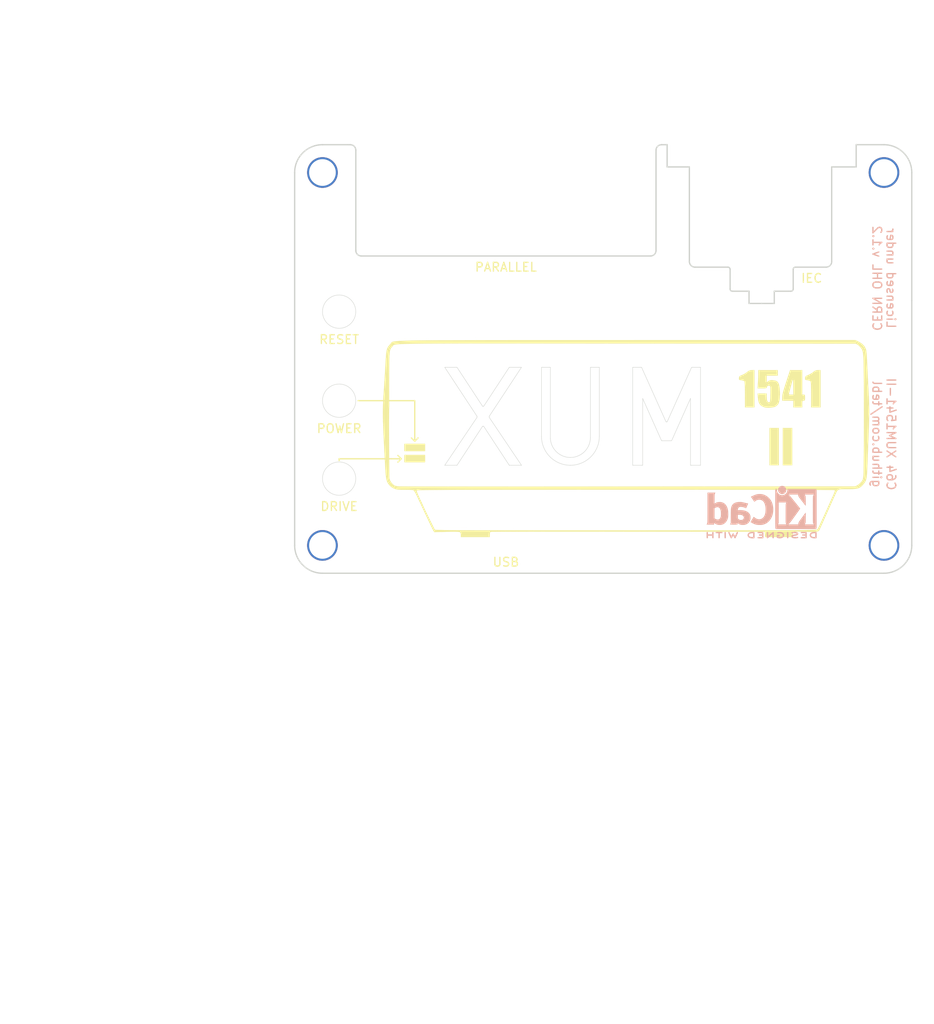
<source format=kicad_pcb>
(kicad_pcb (version 20171130) (host pcbnew "(5.1.8)-1")

  (general
    (thickness 1.6)
    (drawings 102)
    (tracks 0)
    (zones 0)
    (modules 6)
    (nets 2)
  )

  (page A4)
  (layers
    (0 F.Cu signal)
    (31 B.Cu signal)
    (32 B.Adhes user)
    (33 F.Adhes user)
    (34 B.Paste user)
    (35 F.Paste user)
    (36 B.SilkS user)
    (37 F.SilkS user)
    (38 B.Mask user)
    (39 F.Mask user)
    (40 Dwgs.User user)
    (41 Cmts.User user)
    (42 Eco1.User user)
    (43 Eco2.User user)
    (44 Edge.Cuts user)
    (45 Margin user)
    (46 B.CrtYd user)
    (47 F.CrtYd user)
    (48 B.Fab user)
    (49 F.Fab user)
  )

  (setup
    (last_trace_width 0.25)
    (user_trace_width 0.381)
    (trace_clearance 0.2)
    (zone_clearance 0.508)
    (zone_45_only no)
    (trace_min 0)
    (via_size 0.6)
    (via_drill 0.4)
    (via_min_size 0.4)
    (via_min_drill 0.3)
    (user_via 1 0.4)
    (uvia_size 0.3)
    (uvia_drill 0.1)
    (uvias_allowed no)
    (uvia_min_size 0.2)
    (uvia_min_drill 0.1)
    (edge_width 0.05)
    (segment_width 0.2)
    (pcb_text_width 0.3)
    (pcb_text_size 1.5 1.5)
    (mod_edge_width 0.15)
    (mod_text_size 1 1)
    (mod_text_width 0.15)
    (pad_size 3.5 3.5)
    (pad_drill 3.048)
    (pad_to_mask_clearance 0)
    (aux_axis_origin 0 0)
    (visible_elements 7FFFFFFF)
    (pcbplotparams
      (layerselection 0x011fc_ffffffff)
      (usegerberextensions true)
      (usegerberattributes false)
      (usegerberadvancedattributes false)
      (creategerberjobfile false)
      (excludeedgelayer true)
      (linewidth 0.100000)
      (plotframeref false)
      (viasonmask false)
      (mode 1)
      (useauxorigin false)
      (hpglpennumber 1)
      (hpglpenspeed 20)
      (hpglpendiameter 15.000000)
      (psnegative false)
      (psa4output false)
      (plotreference true)
      (plotvalue true)
      (plotinvisibletext false)
      (padsonsilk false)
      (subtractmaskfromsilk false)
      (outputformat 1)
      (mirror false)
      (drillshape 0)
      (scaleselection 1)
      (outputdirectory "export/"))
  )

  (net 0 "")
  (net 1 GND)

  (net_class Default "This is the default net class."
    (clearance 0.2)
    (trace_width 0.25)
    (via_dia 0.6)
    (via_drill 0.4)
    (uvia_dia 0.3)
    (uvia_drill 0.1)
  )

  (net_class Power ""
    (clearance 0.381)
    (trace_width 0.381)
    (via_dia 0.6)
    (via_drill 0.4)
    (uvia_dia 0.3)
    (uvia_drill 0.1)
  )

  (module artwork:1541-ii (layer F.Cu) (tedit 60A57DA7) (tstamp 609B6326)
    (at 137.414 87.757)
    (fp_text reference G*** (at 0 0) (layer F.SilkS) hide
      (effects (font (size 1.524 1.524) (thickness 0.3)))
    )
    (fp_text value LOGO (at 0.75 0) (layer F.SilkS) hide
      (effects (font (size 1.524 1.524) (thickness 0.3)))
    )
    (fp_poly (pts (xy 22.352 -7.4295) (xy 22.352 -3.175) (xy 21.2725 -3.175) (xy 21.271527 -4.619625)
      (xy 21.268927 -5.038946) (xy 21.262175 -5.418083) (xy 21.251972 -5.737766) (xy 21.239019 -5.978727)
      (xy 21.224015 -6.121694) (xy 21.215881 -6.15054) (xy 21.124065 -6.208743) (xy 20.954881 -6.256461)
      (xy 20.864285 -6.270298) (xy 20.685082 -6.295023) (xy 20.600728 -6.33495) (xy 20.579802 -6.418879)
      (xy 20.586556 -6.524868) (xy 20.609123 -6.658151) (xy 20.669133 -6.744276) (xy 20.798687 -6.815287)
      (xy 20.928055 -6.865794) (xy 21.177451 -6.984489) (xy 21.426946 -7.14267) (xy 21.509649 -7.207559)
      (xy 21.695124 -7.347291) (xy 21.860023 -7.413194) (xy 22.060469 -7.429501) (xy 22.352 -7.4295)) (layer F.SilkS) (width 0.01))
    (fp_poly (pts (xy 20.2565 -4.6355) (xy 20.41525 -4.6355) (xy 20.506169 -4.626435) (xy 20.55351 -4.578518)
      (xy 20.571399 -4.460673) (xy 20.574 -4.28625) (xy 20.569879 -4.086228) (xy 20.548098 -3.982078)
      (xy 20.494532 -3.942722) (xy 20.41525 -3.937) (xy 20.327268 -3.928933) (xy 20.279767 -3.884851)
      (xy 20.260321 -3.774932) (xy 20.256503 -3.569355) (xy 20.2565 -3.556) (xy 20.2565 -3.175)
      (xy 19.2405 -3.175) (xy 19.2405 -3.937) (xy 17.9705 -3.937) (xy 17.9705 -4.318497)
      (xy 17.979195 -4.478341) (xy 18.008373 -4.667471) (xy 18.009175 -4.670965) (xy 18.7325 -4.670965)
      (xy 18.78889 -4.648747) (xy 18.929742 -4.636399) (xy 18.9865 -4.6355) (xy 19.2405 -4.6355)
      (xy 19.238569 -5.540375) (xy 19.234135 -5.904451) (xy 19.22298 -6.1664) (xy 19.205685 -6.318316)
      (xy 19.182829 -6.352294) (xy 19.17937 -6.347451) (xy 19.147641 -6.260374) (xy 19.093284 -6.079623)
      (xy 19.024188 -5.834802) (xy 18.948246 -5.555514) (xy 18.873348 -5.271365) (xy 18.807386 -5.011959)
      (xy 18.758251 -4.806898) (xy 18.733833 -4.685789) (xy 18.7325 -4.670965) (xy 18.009175 -4.670965)
      (xy 18.062672 -4.903984) (xy 18.146729 -5.205976) (xy 18.265184 -5.591542) (xy 18.41807 -6.064747)
      (xy 18.865641 -7.4295) (xy 20.2565 -7.4295) (xy 20.2565 -4.6355)) (layer F.SilkS) (width 0.01))
    (fp_poly (pts (xy 14.7955 -7.4295) (xy 14.7955 -3.175) (xy 13.716 -3.175) (xy 13.715027 -4.619625)
      (xy 13.712427 -5.038946) (xy 13.705675 -5.418083) (xy 13.695472 -5.737766) (xy 13.682519 -5.978727)
      (xy 13.667515 -6.121694) (xy 13.659381 -6.15054) (xy 13.567565 -6.208743) (xy 13.398381 -6.256461)
      (xy 13.307785 -6.270298) (xy 13.128582 -6.295023) (xy 13.044228 -6.33495) (xy 13.023302 -6.418879)
      (xy 13.030056 -6.524868) (xy 13.052623 -6.658151) (xy 13.112633 -6.744276) (xy 13.242187 -6.815287)
      (xy 13.371555 -6.865794) (xy 13.620951 -6.984489) (xy 13.870446 -7.14267) (xy 13.953149 -7.207559)
      (xy 14.138624 -7.347291) (xy 14.303523 -7.413194) (xy 14.503969 -7.429501) (xy 14.7955 -7.4295)) (layer F.SilkS) (width 0.01))
    (fp_poly (pts (xy 17.4625 -6.7945) (xy 16.1925 -6.7945) (xy 16.1925 -6.028698) (xy 16.378039 -6.165874)
      (xy 16.515108 -6.247225) (xy 16.666545 -6.280663) (xy 16.883739 -6.27634) (xy 16.921912 -6.273334)
      (xy 17.196576 -6.229393) (xy 17.39226 -6.137445) (xy 17.525648 -5.977763) (xy 17.613425 -5.730622)
      (xy 17.670879 -5.387804) (xy 17.701787 -4.994624) (xy 17.70352 -4.592392) (xy 17.678549 -4.21168)
      (xy 17.629344 -3.88306) (xy 17.558373 -3.637102) (xy 17.523824 -3.567689) (xy 17.380685 -3.399734)
      (xy 17.200502 -3.266146) (xy 17.195939 -3.263755) (xy 16.981825 -3.192899) (xy 16.693278 -3.1481)
      (xy 16.380817 -3.132709) (xy 16.094962 -3.150073) (xy 15.946095 -3.180895) (xy 15.652815 -3.301218)
      (xy 15.443972 -3.468334) (xy 15.305529 -3.703001) (xy 15.223447 -4.025979) (xy 15.193628 -4.293648)
      (xy 15.158169 -4.7625) (xy 16.1925 -4.7625) (xy 16.1925 -4.417384) (xy 16.212954 -4.082921)
      (xy 16.275018 -3.866238) (xy 16.379743 -3.764768) (xy 16.462477 -3.757972) (xy 16.518682 -3.770755)
      (xy 16.558291 -3.803714) (xy 16.584764 -3.876738) (xy 16.60156 -4.009719) (xy 16.61214 -4.222547)
      (xy 16.619962 -4.535112) (xy 16.622849 -4.679969) (xy 16.628654 -5.036684) (xy 16.628272 -5.287332)
      (xy 16.6194 -5.45279) (xy 16.599738 -5.55393) (xy 16.566986 -5.611627) (xy 16.518843 -5.646756)
      (xy 16.516134 -5.648218) (xy 16.377208 -5.66224) (xy 16.254423 -5.584324) (xy 16.193494 -5.446039)
      (xy 16.1925 -5.424715) (xy 16.16506 -5.378043) (xy 16.068669 -5.349879) (xy 15.882219 -5.336524)
      (xy 15.67485 -5.334) (xy 15.1572 -5.334) (xy 15.1986 -6.010629) (xy 15.216494 -6.339772)
      (xy 15.230497 -6.667156) (xy 15.238679 -6.943948) (xy 15.24 -7.058379) (xy 15.24 -7.4295)
      (xy 17.4625 -7.4295) (xy 17.4625 -6.7945)) (layer F.SilkS) (width 0.01))
    (fp_poly (pts (xy 19.1135 3.429) (xy 18.034 3.429) (xy 18.034 -0.8255) (xy 19.1135 -0.8255)
      (xy 19.1135 3.429)) (layer F.SilkS) (width 0.01))
    (fp_poly (pts (xy 17.5895 3.429) (xy 16.51 3.429) (xy 16.51 -0.8255) (xy 17.5895 -0.8255)
      (xy 17.5895 3.429)) (layer F.SilkS) (width 0.01))
    (fp_poly (pts (xy 26.710104 -10.674142) (xy 27.085941 -10.441344) (xy 27.364706 -10.149371) (xy 27.534234 -9.811521)
      (xy 27.549829 -9.756377) (xy 27.576905 -9.596793) (xy 27.604583 -9.341912) (xy 27.630053 -9.023393)
      (xy 27.650501 -8.672893) (xy 27.654979 -8.5725) (xy 27.667408 -8.289579) (xy 27.685508 -7.901819)
      (xy 27.708196 -7.431201) (xy 27.734393 -6.899706) (xy 27.763016 -6.329317) (xy 27.792985 -5.742014)
      (xy 27.817424 -5.2705) (xy 27.849013 -4.655742) (xy 27.873915 -4.134926) (xy 27.892261 -3.683914)
      (xy 27.904181 -3.278567) (xy 27.909806 -2.894746) (xy 27.909267 -2.508312) (xy 27.902695 -2.095128)
      (xy 27.890219 -1.631053) (xy 27.871972 -1.091949) (xy 27.848084 -0.453678) (xy 27.844074 -0.34925)
      (xy 27.82005 0.276852) (xy 27.795347 0.923408) (xy 27.770912 1.565434) (xy 27.747694 2.177948)
      (xy 27.726638 2.735964) (xy 27.708693 3.2145) (xy 27.696006 3.556) (xy 27.675641 4.054682)
      (xy 27.652501 4.446398) (xy 27.621669 4.751163) (xy 27.578227 4.988993) (xy 27.517257 5.179903)
      (xy 27.43384 5.343909) (xy 27.323059 5.501026) (xy 27.179996 5.67127) (xy 27.174819 5.67717)
      (xy 27.012917 5.844107) (xy 26.846811 5.968248) (xy 26.654514 6.055642) (xy 26.414035 6.112339)
      (xy 26.103386 6.144387) (xy 25.700576 6.157837) (xy 25.421543 6.1595) (xy 25.024069 6.159668)
      (xy 24.732188 6.166113) (xy 24.52452 6.187744) (xy 24.379687 6.23347) (xy 24.276309 6.312199)
      (xy 24.193006 6.432842) (xy 24.108399 6.604307) (xy 24.050099 6.731) (xy 23.976846 6.891555)
      (xy 23.860375 7.149493) (xy 23.709041 7.486138) (xy 23.531197 7.882817) (xy 23.3352 8.320854)
      (xy 23.129402 8.781574) (xy 22.922158 9.246303) (xy 22.721824 9.696366) (xy 22.536752 10.113089)
      (xy 22.501879 10.19175) (xy 22.391243 10.440244) (xy 22.293387 10.658003) (xy 22.224816 10.808363)
      (xy 22.211396 10.837006) (xy 22.157401 10.912297) (xy 22.066805 10.968326) (xy 21.924658 11.006669)
      (xy 21.716008 11.0289) (xy 21.425904 11.036596) (xy 21.039397 11.031331) (xy 20.541534 11.014682)
      (xy 20.529665 11.014217) (xy 20.082878 10.998122) (xy 19.747104 10.992485) (xy 19.506511 11.001519)
      (xy 19.345264 11.02944) (xy 19.247532 11.080462) (xy 19.19748 11.1588) (xy 19.179277 11.268667)
      (xy 19.177 11.374275) (xy 19.177 11.6205) (xy 16.008958 11.6205) (xy 15.97025 11.01725)
      (xy 0.41275 11.002135) (xy -0.985697 11.000907) (xy -2.351535 10.999964) (xy -3.679265 10.999299)
      (xy -4.96339 10.998908) (xy -6.198412 10.998783) (xy -7.378832 10.998919) (xy -8.499152 10.999311)
      (xy -9.553875 10.999951) (xy -10.537502 11.000834) (xy -11.444535 11.001954) (xy -12.269477 11.003306)
      (xy -13.006828 11.004882) (xy -13.651092 11.006678) (xy -14.196769 11.008686) (xy -14.638363 11.010902)
      (xy -14.970374 11.013318) (xy -15.187306 11.01593) (xy -15.283659 11.018731) (xy -15.287625 11.01922)
      (xy -15.377674 11.058351) (xy -15.419668 11.146722) (xy -15.430475 11.321731) (xy -15.4305 11.335959)
      (xy -15.4305 11.6205) (xy -18.7325 11.6205) (xy -18.7325 11.368734) (xy -18.755835 11.171741)
      (xy -18.833436 11.064137) (xy -18.851762 11.053141) (xy -18.961252 11.031712) (xy -19.189158 11.018374)
      (xy -19.527144 11.013282) (xy -19.966875 11.01659) (xy -20.370481 11.024982) (xy -21.769939 11.06065)
      (xy -21.866824 10.91195) (xy -21.918232 10.817219) (xy -22.015329 10.623491) (xy -22.150292 10.346947)
      (xy -22.315299 10.003765) (xy -22.502526 9.610125) (xy -22.704151 9.182207) (xy -22.736939 9.11225)
      (xy -22.952524 8.652012) (xy -23.165492 8.197506) (xy -23.365547 7.770692) (xy -23.542397 7.393526)
      (xy -23.685746 7.08797) (xy -23.783567 6.879667) (xy -23.931032 6.588445) (xy -24.058917 6.380031)
      (xy -24.116901 6.31528) (xy -23.788398 6.31528) (xy -23.774301 6.401529) (xy -23.71254 6.578141)
      (xy -23.612276 6.821901) (xy -23.482669 7.109594) (xy -23.4362 7.207758) (xy -23.297583 7.498378)
      (xy -23.181066 7.745042) (xy -23.096506 7.926697) (xy -23.05376 8.022293) (xy -23.0505 8.031508)
      (xy -23.023702 8.097592) (xy -22.949643 8.257907) (xy -22.837825 8.493074) (xy -22.697751 8.783717)
      (xy -22.538925 9.110458) (xy -22.370848 9.453918) (xy -22.203023 9.794721) (xy -22.044954 10.113489)
      (xy -21.906143 10.390844) (xy -21.796092 10.607408) (xy -21.724305 10.743804) (xy -21.702261 10.780793)
      (xy -21.675543 10.788364) (xy -21.605993 10.795463) (xy -21.490126 10.802104) (xy -21.324455 10.808298)
      (xy -21.105492 10.814057) (xy -20.829753 10.819394) (xy -20.49375 10.824319) (xy -20.093997 10.828847)
      (xy -19.627008 10.832987) (xy -19.089296 10.836754) (xy -18.477374 10.840158) (xy -17.787756 10.843212)
      (xy -17.016957 10.845928) (xy -16.161488 10.848317) (xy -15.217864 10.850393) (xy -14.182599 10.852167)
      (xy -13.052205 10.853651) (xy -11.823197 10.854857) (xy -10.492088 10.855798) (xy -9.055391 10.856486)
      (xy -7.50962 10.856931) (xy -5.85129 10.857148) (xy -4.076912 10.857147) (xy -2.183001 10.856941)
      (xy -0.16607 10.856542) (xy 0.129663 10.856471) (xy 2.108187 10.855957) (xy 3.963657 10.855407)
      (xy 5.700022 10.854802) (xy 7.321226 10.85412) (xy 8.831219 10.853342) (xy 10.233945 10.852447)
      (xy 11.533353 10.851415) (xy 12.733388 10.850225) (xy 13.837999 10.848857) (xy 14.851131 10.84729)
      (xy 15.776732 10.845505) (xy 16.618748 10.843481) (xy 17.381127 10.841197) (xy 18.067815 10.838634)
      (xy 18.682759 10.83577) (xy 19.229906 10.832585) (xy 19.713202 10.829059) (xy 20.136595 10.825172)
      (xy 20.504032 10.820903) (xy 20.819459 10.816232) (xy 21.086823 10.811139) (xy 21.310071 10.805603)
      (xy 21.49315 10.799603) (xy 21.640007 10.79312) (xy 21.754589 10.786133) (xy 21.840842 10.778621)
      (xy 21.902713 10.770565) (xy 21.94415 10.761943) (xy 21.969099 10.752736) (xy 21.980926 10.743677)
      (xy 22.065792 10.614368) (xy 22.160129 10.438774) (xy 22.172008 10.414) (xy 22.322924 10.090981)
      (xy 22.503339 9.700847) (xy 22.69877 9.275296) (xy 22.894737 8.846028) (xy 23.076756 8.444741)
      (xy 23.230346 8.103136) (xy 23.317914 7.90575) (xy 23.451681 7.603405) (xy 23.590571 7.292948)
      (xy 23.710922 7.027169) (xy 23.745106 6.952694) (xy 23.876218 6.659159) (xy 23.953136 6.460011)
      (xy 23.981239 6.337477) (xy 23.965905 6.27378) (xy 23.953652 6.263496) (xy 23.883268 6.259095)
      (xy 23.688264 6.254892) (xy 23.37102 6.250892) (xy 22.933916 6.247096) (xy 22.379331 6.243508)
      (xy 21.709647 6.240131) (xy 20.927241 6.236968) (xy 20.034495 6.234022) (xy 19.033788 6.231296)
      (xy 17.927501 6.228793) (xy 16.718012 6.226516) (xy 15.407703 6.224468) (xy 13.998952 6.222653)
      (xy 12.49414 6.221072) (xy 10.895646 6.219729) (xy 9.205851 6.218628) (xy 7.427134 6.21777)
      (xy 5.561876 6.21716) (xy 3.612456 6.2168) (xy 1.581253 6.216694) (xy -0.529351 6.216843)
      (xy -2.716978 6.217252) (xy -4.979247 6.217923) (xy -7.313778 6.21886) (xy -9.718192 6.220065)
      (xy -10.083573 6.220268) (xy -11.663516 6.221256) (xy -13.121132 6.222389) (xy -14.461093 6.2237)
      (xy -15.688071 6.22522) (xy -16.806739 6.226983) (xy -17.82177 6.229021) (xy -18.737836 6.231366)
      (xy -19.55961 6.23405) (xy -20.291764 6.237106) (xy -20.938971 6.240566) (xy -21.505903 6.244463)
      (xy -21.997232 6.248829) (xy -22.417632 6.253697) (xy -22.771775 6.259098) (xy -23.064333 6.265066)
      (xy -23.299979 6.271632) (xy -23.483385 6.278829) (xy -23.619223 6.28669) (xy -23.712168 6.295247)
      (xy -23.76689 6.304531) (xy -23.788062 6.314577) (xy -23.788398 6.31528) (xy -24.116901 6.31528)
      (xy -24.156992 6.270512) (xy -24.177882 6.259707) (xy -24.285174 6.246043) (xy -24.490912 6.236418)
      (xy -24.766585 6.231641) (xy -25.08368 6.232521) (xy -25.119275 6.23299) (xy -25.569266 6.231493)
      (xy -25.9188 6.208382) (xy -26.193489 6.157417) (xy -26.418941 6.072359) (xy -26.620767 5.946969)
      (xy -26.760159 5.833215) (xy -26.930995 5.66704) (xy -27.063694 5.493045) (xy -27.164307 5.291218)
      (xy -27.238887 5.041546) (xy -27.293486 4.724017) (xy -27.334155 4.318619) (xy -27.365538 3.831359)
      (xy -27.42249 2.781219) (xy -27.472306 1.847175) (xy -27.515194 1.018538) (xy -27.551362 0.284616)
      (xy -27.581016 -0.365281) (xy -27.604366 -0.941844) (xy -27.609245 -1.0872) (xy -26.940398 -1.0872)
      (xy -26.939883 -0.508569) (xy -26.938605 0.101052) (xy -26.936618 0.728004) (xy -26.933976 1.358625)
      (xy -26.930734 1.979257) (xy -26.926945 2.576241) (xy -26.922664 3.135915) (xy -26.917945 3.644621)
      (xy -26.912842 4.088698) (xy -26.90741 4.454487) (xy -26.901702 4.728328) (xy -26.895774 4.896562)
      (xy -26.89234 4.939804) (xy -26.801791 5.206204) (xy -26.628165 5.469671) (xy -26.406618 5.680903)
      (xy -26.327917 5.731341) (xy -26.189159 5.780026) (xy -25.980821 5.822607) (xy -25.8445 5.84004)
      (xy -25.757122 5.842351) (xy -25.547029 5.844535) (xy -25.218506 5.84659) (xy -24.775838 5.848512)
      (xy -24.223311 5.8503) (xy -23.56521 5.851951) (xy -22.80582 5.853462) (xy -21.949426 5.85483)
      (xy -21.000312 5.856053) (xy -19.962766 5.857128) (xy -18.84107 5.858053) (xy -17.639511 5.858826)
      (xy -16.362374 5.859442) (xy -15.013944 5.859901) (xy -13.598505 5.860199) (xy -12.120344 5.860334)
      (xy -10.583745 5.860302) (xy -8.992993 5.860103) (xy -7.352374 5.859732) (xy -5.666172 5.859187)
      (xy -3.938674 5.858467) (xy -2.174163 5.857567) (xy -0.376925 5.856486) (xy 0.408967 5.855962)
      (xy 26.313184 5.838174) (xy 26.565291 5.697212) (xy 26.767128 5.554568) (xy 26.963325 5.370511)
      (xy 27.012213 5.313911) (xy 27.112335 5.175091) (xy 27.17617 5.03637) (xy 27.215866 4.857894)
      (xy 27.24357 4.599812) (xy 27.248445 4.538938) (xy 27.256418 4.370169) (xy 27.263673 4.085609)
      (xy 27.270209 3.696466) (xy 27.276024 3.213947) (xy 27.281115 2.649259) (xy 27.28548 2.01361)
      (xy 27.289117 1.318207) (xy 27.292025 0.574258) (xy 27.294201 -0.20703) (xy 27.295643 -1.014451)
      (xy 27.296348 -1.836795) (xy 27.296316 -2.662857) (xy 27.295544 -3.481429) (xy 27.294029 -4.281303)
      (xy 27.29177 -5.051272) (xy 27.288765 -5.780129) (xy 27.285011 -6.456666) (xy 27.280506 -7.069676)
      (xy 27.275249 -7.607951) (xy 27.269238 -8.060285) (xy 27.262469 -8.41547) (xy 27.254942 -8.662299)
      (xy 27.250903 -8.741427) (xy 27.225244 -9.097365) (xy 27.198258 -9.354849) (xy 27.164319 -9.542353)
      (xy 27.117795 -9.688351) (xy 27.053059 -9.821317) (xy 27.029185 -9.863026) (xy 26.879233 -10.06601)
      (xy 26.696623 -10.244216) (xy 26.622936 -10.297349) (xy 26.38425 -10.44575) (xy 0.254 -10.462983)
      (xy -1.934057 -10.464482) (xy -3.998719 -10.465978) (xy -5.94359 -10.467424) (xy -7.772274 -10.468773)
      (xy -9.488377 -10.469976) (xy -11.095502 -10.470988) (xy -12.597255 -10.471761) (xy -13.99724 -10.472248)
      (xy -15.299062 -10.4724) (xy -16.506325 -10.472172) (xy -17.622633 -10.471515) (xy -18.651592 -10.470382)
      (xy -19.596805 -10.468727) (xy -20.461878 -10.466501) (xy -21.250415 -10.463658) (xy -21.966021 -10.46015)
      (xy -22.6123 -10.45593) (xy -23.192856 -10.450951) (xy -23.711295 -10.445166) (xy -24.171221 -10.438526)
      (xy -24.576238 -10.430985) (xy -24.929951 -10.422496) (xy -25.235964 -10.413011) (xy -25.497883 -10.402483)
      (xy -25.719312 -10.390865) (xy -25.903854 -10.378109) (xy -26.055116 -10.364168) (xy -26.176701 -10.348995)
      (xy -26.272214 -10.332543) (xy -26.34526 -10.314764) (xy -26.399442 -10.295611) (xy -26.438367 -10.275037)
      (xy -26.465638 -10.252994) (xy -26.484859 -10.229435) (xy -26.499636 -10.204313) (xy -26.513573 -10.177581)
      (xy -26.530275 -10.149192) (xy -26.553346 -10.119097) (xy -26.560582 -10.111248) (xy -26.644346 -10.020852)
      (xy -26.713603 -9.932349) (xy -26.769781 -9.8332) (xy -26.814313 -9.710866) (xy -26.848627 -9.552806)
      (xy -26.874155 -9.346481) (xy -26.892327 -9.079351) (xy -26.904573 -8.738876) (xy -26.912324 -8.312517)
      (xy -26.91701 -7.787734) (xy -26.920062 -7.151987) (xy -26.920815 -6.95325) (xy -26.922772 -6.390094)
      (xy -26.924358 -5.86077) (xy -26.925548 -5.380098) (xy -26.926315 -4.962897) (xy -26.926634 -4.623984)
      (xy -26.92648 -4.37818) (xy -26.925827 -4.240303) (xy -26.925544 -4.22275) (xy -26.916215 -3.762523)
      (xy -26.914014 -3.42595) (xy -26.918939 -3.209882) (xy -26.924424 -3.14325) (xy -26.929627 -3.037414)
      (xy -26.933741 -2.818629) (xy -26.936822 -2.500556) (xy -26.938922 -2.096853) (xy -26.940096 -1.621181)
      (xy -26.940398 -1.0872) (xy -27.609245 -1.0872) (xy -27.621619 -1.455763) (xy -27.632982 -1.91773)
      (xy -27.638663 -2.338435) (xy -27.63887 -2.728568) (xy -27.63381 -3.098821) (xy -27.623691 -3.459883)
      (xy -27.608721 -3.822446) (xy -27.589107 -4.197201) (xy -27.565058 -4.594838) (xy -27.537421 -5.0165)
      (xy -27.500475 -5.579156) (xy -27.460842 -6.203519) (xy -27.421172 -6.846441) (xy -27.384112 -7.464771)
      (xy -27.352313 -8.015361) (xy -27.342507 -8.1915) (xy -27.312234 -8.713362) (xy -27.282251 -9.126577)
      (xy -27.247829 -9.449399) (xy -27.204238 -9.70008) (xy -27.146749 -9.896876) (xy -27.070631 -10.058039)
      (xy -26.971156 -10.201823) (xy -26.843592 -10.346482) (xy -26.762397 -10.430337) (xy -26.732549 -10.464827)
      (xy -26.710426 -10.497377) (xy -26.692426 -10.528043) (xy -26.674948 -10.556881) (xy -26.654388 -10.583949)
      (xy -26.627147 -10.609301) (xy -26.58962 -10.632995) (xy -26.538207 -10.655086) (xy -26.469306 -10.67563)
      (xy -26.379313 -10.694685) (xy -26.264628 -10.712305) (xy -26.121648 -10.728548) (xy -25.946772 -10.74347)
      (xy -25.736397 -10.757126) (xy -25.486921 -10.769573) (xy -25.194742 -10.780867) (xy -24.856259 -10.791065)
      (xy -24.467869 -10.800222) (xy -24.02597 -10.808396) (xy -23.52696 -10.815641) (xy -22.967238 -10.822014)
      (xy -22.3432 -10.827572) (xy -21.651246 -10.832371) (xy -20.887774 -10.836467) (xy -20.04918 -10.839916)
      (xy -19.131864 -10.842774) (xy -18.132223 -10.845098) (xy -17.046655 -10.846943) (xy -15.871558 -10.848367)
      (xy -14.60333 -10.849425) (xy -13.238369 -10.850173) (xy -11.773074 -10.850668) (xy -10.203842 -10.850966)
      (xy -8.527071 -10.851123) (xy -6.739159 -10.851196) (xy -4.836504 -10.85124) (xy -2.815504 -10.851312)
      (xy -0.672557 -10.851468) (xy 0.225948 -10.851567) (xy 26.328146 -10.85478) (xy 26.710104 -10.674142)) (layer F.SilkS) (width 0.01))
    (fp_poly (pts (xy -22.86 1.778) (xy -25.146 1.778) (xy -25.146 1.016) (xy -22.86 1.016)) (layer F.SilkS) (width 0.1))
    (fp_poly (pts (xy -22.86 3.048) (xy -25.146 3.048) (xy -25.146 2.286) (xy -22.86 2.286)) (layer F.SilkS) (width 0.1))
  )

  (module Symbols:KiCad-Logo2_6mm_SilkScreen locked (layer B.Cu) (tedit 0) (tstamp 5EE53D9C)
    (at 153.035 96.52 180)
    (descr "KiCad Logo")
    (tags "Logo KiCad")
    (attr virtual)
    (fp_text reference REF*** (at 0 0) (layer B.SilkS) hide
      (effects (font (size 1 1) (thickness 0.15)) (justify mirror))
    )
    (fp_text value KiCad-Logo2_6mm_SilkScreen (at 0.75 0) (layer B.Fab) hide
      (effects (font (size 1 1) (thickness 0.15)) (justify mirror))
    )
    (fp_poly (pts (xy -2.273043 2.973429) (xy -2.176768 2.949191) (xy -2.090184 2.906359) (xy -2.015373 2.846581)
      (xy -1.954418 2.771506) (xy -1.909399 2.68278) (xy -1.883136 2.58647) (xy -1.877286 2.489205)
      (xy -1.89214 2.395346) (xy -1.92584 2.307489) (xy -1.976528 2.22823) (xy -2.042345 2.160164)
      (xy -2.121434 2.105888) (xy -2.211934 2.067998) (xy -2.2632 2.055574) (xy -2.307698 2.048053)
      (xy -2.341999 2.045081) (xy -2.37496 2.046906) (xy -2.415434 2.053775) (xy -2.448531 2.06075)
      (xy -2.541947 2.092259) (xy -2.625619 2.143383) (xy -2.697665 2.212571) (xy -2.7562 2.298272)
      (xy -2.770148 2.325511) (xy -2.786586 2.361878) (xy -2.796894 2.392418) (xy -2.80246 2.42455)
      (xy -2.804669 2.465693) (xy -2.804948 2.511778) (xy -2.800861 2.596135) (xy -2.787446 2.665414)
      (xy -2.762256 2.726039) (xy -2.722846 2.784433) (xy -2.684298 2.828698) (xy -2.612406 2.894516)
      (xy -2.537313 2.939947) (xy -2.454562 2.96715) (xy -2.376928 2.977424) (xy -2.273043 2.973429)) (layer B.SilkS) (width 0.01))
    (fp_poly (pts (xy 6.186507 0.527755) (xy 6.186526 0.293338) (xy 6.186552 0.080397) (xy 6.186625 -0.112168)
      (xy 6.186782 -0.285459) (xy 6.187064 -0.440576) (xy 6.187509 -0.57862) (xy 6.188156 -0.700692)
      (xy 6.189045 -0.807894) (xy 6.190213 -0.901326) (xy 6.191701 -0.98209) (xy 6.193546 -1.051286)
      (xy 6.195789 -1.110015) (xy 6.198469 -1.159379) (xy 6.201623 -1.200478) (xy 6.205292 -1.234413)
      (xy 6.209513 -1.262286) (xy 6.214327 -1.285198) (xy 6.219773 -1.304249) (xy 6.225888 -1.32054)
      (xy 6.232712 -1.335173) (xy 6.240285 -1.349249) (xy 6.248645 -1.363868) (xy 6.253839 -1.372974)
      (xy 6.288104 -1.433689) (xy 5.429955 -1.433689) (xy 5.429955 -1.337733) (xy 5.429224 -1.29437)
      (xy 5.427272 -1.261205) (xy 5.424463 -1.243424) (xy 5.423221 -1.241778) (xy 5.411799 -1.248662)
      (xy 5.389084 -1.266505) (xy 5.366385 -1.285879) (xy 5.3118 -1.326614) (xy 5.242321 -1.367617)
      (xy 5.16527 -1.405123) (xy 5.087965 -1.435364) (xy 5.057113 -1.445012) (xy 4.988616 -1.459578)
      (xy 4.905764 -1.469539) (xy 4.816371 -1.474583) (xy 4.728248 -1.474396) (xy 4.649207 -1.468666)
      (xy 4.611511 -1.462858) (xy 4.473414 -1.424797) (xy 4.346113 -1.367073) (xy 4.230292 -1.290211)
      (xy 4.126637 -1.194739) (xy 4.035833 -1.081179) (xy 3.969031 -0.970381) (xy 3.914164 -0.853625)
      (xy 3.872163 -0.734276) (xy 3.842167 -0.608283) (xy 3.823311 -0.471594) (xy 3.814732 -0.320158)
      (xy 3.814006 -0.242711) (xy 3.8161 -0.185934) (xy 4.645217 -0.185934) (xy 4.645424 -0.279002)
      (xy 4.648337 -0.366692) (xy 4.654 -0.443772) (xy 4.662455 -0.505009) (xy 4.665038 -0.51735)
      (xy 4.69684 -0.624633) (xy 4.738498 -0.711658) (xy 4.790363 -0.778642) (xy 4.852781 -0.825805)
      (xy 4.9261 -0.853365) (xy 5.010669 -0.861541) (xy 5.106835 -0.850551) (xy 5.170311 -0.834829)
      (xy 5.219454 -0.816639) (xy 5.273583 -0.790791) (xy 5.314244 -0.767089) (xy 5.3848 -0.720721)
      (xy 5.3848 0.42947) (xy 5.317392 0.473038) (xy 5.238867 0.51396) (xy 5.154681 0.540611)
      (xy 5.069557 0.552535) (xy 4.988216 0.549278) (xy 4.91538 0.530385) (xy 4.883426 0.514816)
      (xy 4.825501 0.471819) (xy 4.776544 0.415047) (xy 4.73539 0.342425) (xy 4.700874 0.251879)
      (xy 4.671833 0.141334) (xy 4.670552 0.135467) (xy 4.660381 0.073212) (xy 4.652739 -0.004594)
      (xy 4.64767 -0.09272) (xy 4.645217 -0.185934) (xy 3.8161 -0.185934) (xy 3.821857 -0.029895)
      (xy 3.843802 0.165941) (xy 3.879786 0.344668) (xy 3.929759 0.506155) (xy 3.993668 0.650274)
      (xy 4.071462 0.776894) (xy 4.163089 0.885885) (xy 4.268497 0.977117) (xy 4.313662 1.008068)
      (xy 4.414611 1.064215) (xy 4.517901 1.103826) (xy 4.627989 1.127986) (xy 4.74933 1.137781)
      (xy 4.841836 1.136735) (xy 4.97149 1.125769) (xy 5.084084 1.103954) (xy 5.182875 1.070286)
      (xy 5.271121 1.023764) (xy 5.319986 0.989552) (xy 5.349353 0.967638) (xy 5.371043 0.952667)
      (xy 5.379253 0.948267) (xy 5.380868 0.959096) (xy 5.382159 0.989749) (xy 5.383138 1.037474)
      (xy 5.383817 1.099521) (xy 5.38421 1.173138) (xy 5.38433 1.255573) (xy 5.384188 1.344075)
      (xy 5.383797 1.435893) (xy 5.383171 1.528276) (xy 5.38232 1.618472) (xy 5.38126 1.703729)
      (xy 5.380001 1.781297) (xy 5.378556 1.848424) (xy 5.376938 1.902359) (xy 5.375161 1.94035)
      (xy 5.374669 1.947333) (xy 5.367092 2.017749) (xy 5.355531 2.072898) (xy 5.337792 2.120019)
      (xy 5.311682 2.166353) (xy 5.305415 2.175933) (xy 5.280983 2.212622) (xy 6.186311 2.212622)
      (xy 6.186507 0.527755)) (layer B.SilkS) (width 0.01))
    (fp_poly (pts (xy 2.673574 1.133448) (xy 2.825492 1.113433) (xy 2.960756 1.079798) (xy 3.080239 1.032275)
      (xy 3.184815 0.970595) (xy 3.262424 0.907035) (xy 3.331265 0.832901) (xy 3.385006 0.753129)
      (xy 3.42791 0.660909) (xy 3.443384 0.617839) (xy 3.456244 0.578858) (xy 3.467446 0.542711)
      (xy 3.47712 0.507566) (xy 3.485396 0.47159) (xy 3.492403 0.43295) (xy 3.498272 0.389815)
      (xy 3.503131 0.340351) (xy 3.50711 0.282727) (xy 3.51034 0.215109) (xy 3.512949 0.135666)
      (xy 3.515067 0.042564) (xy 3.516824 -0.066027) (xy 3.518349 -0.191942) (xy 3.519772 -0.337012)
      (xy 3.521025 -0.479778) (xy 3.522351 -0.635968) (xy 3.523556 -0.771239) (xy 3.524766 -0.887246)
      (xy 3.526106 -0.985645) (xy 3.5277 -1.068093) (xy 3.529675 -1.136246) (xy 3.532156 -1.19176)
      (xy 3.535269 -1.236292) (xy 3.539138 -1.271498) (xy 3.543889 -1.299034) (xy 3.549648 -1.320556)
      (xy 3.556539 -1.337722) (xy 3.564689 -1.352186) (xy 3.574223 -1.365606) (xy 3.585266 -1.379638)
      (xy 3.589566 -1.385071) (xy 3.605386 -1.40791) (xy 3.612422 -1.423463) (xy 3.612444 -1.423922)
      (xy 3.601567 -1.426121) (xy 3.570582 -1.428147) (xy 3.521957 -1.429942) (xy 3.458163 -1.431451)
      (xy 3.381669 -1.432616) (xy 3.294944 -1.43338) (xy 3.200457 -1.433686) (xy 3.18955 -1.433689)
      (xy 2.766657 -1.433689) (xy 2.763395 -1.337622) (xy 2.760133 -1.241556) (xy 2.698044 -1.292543)
      (xy 2.600714 -1.360057) (xy 2.490813 -1.414749) (xy 2.404349 -1.444978) (xy 2.335278 -1.459666)
      (xy 2.251925 -1.469659) (xy 2.162159 -1.474646) (xy 2.073845 -1.474313) (xy 1.994851 -1.468351)
      (xy 1.958622 -1.462638) (xy 1.818603 -1.424776) (xy 1.692178 -1.369932) (xy 1.58026 -1.298924)
      (xy 1.483762 -1.212568) (xy 1.4036 -1.111679) (xy 1.340687 -0.997076) (xy 1.296312 -0.870984)
      (xy 1.283978 -0.814401) (xy 1.276368 -0.752202) (xy 1.272739 -0.677363) (xy 1.272245 -0.643467)
      (xy 1.27231 -0.640282) (xy 2.032248 -0.640282) (xy 2.041541 -0.715333) (xy 2.069728 -0.77916)
      (xy 2.118197 -0.834798) (xy 2.123254 -0.839211) (xy 2.171548 -0.874037) (xy 2.223257 -0.89662)
      (xy 2.283989 -0.90854) (xy 2.359352 -0.911383) (xy 2.377459 -0.910978) (xy 2.431278 -0.908325)
      (xy 2.471308 -0.902909) (xy 2.506324 -0.892745) (xy 2.545103 -0.87585) (xy 2.555745 -0.870672)
      (xy 2.616396 -0.834844) (xy 2.663215 -0.792212) (xy 2.675952 -0.776973) (xy 2.720622 -0.720462)
      (xy 2.720622 -0.524586) (xy 2.720086 -0.445939) (xy 2.718396 -0.387988) (xy 2.715428 -0.348875)
      (xy 2.711057 -0.326741) (xy 2.706972 -0.320274) (xy 2.691047 -0.317111) (xy 2.657264 -0.314488)
      (xy 2.61034 -0.312655) (xy 2.554993 -0.311857) (xy 2.546106 -0.311842) (xy 2.42533 -0.317096)
      (xy 2.32266 -0.333263) (xy 2.236106 -0.360961) (xy 2.163681 -0.400808) (xy 2.108751 -0.447758)
      (xy 2.064204 -0.505645) (xy 2.03948 -0.568693) (xy 2.032248 -0.640282) (xy 1.27231 -0.640282)
      (xy 1.274178 -0.549712) (xy 1.282522 -0.470812) (xy 1.298768 -0.39959) (xy 1.324405 -0.328864)
      (xy 1.348401 -0.276493) (xy 1.40702 -0.181196) (xy 1.485117 -0.09317) (xy 1.580315 -0.014017)
      (xy 1.690238 0.05466) (xy 1.81251 0.111259) (xy 1.944755 0.154179) (xy 2.009422 0.169118)
      (xy 2.145604 0.191223) (xy 2.294049 0.205806) (xy 2.445505 0.212187) (xy 2.572064 0.210555)
      (xy 2.73395 0.203776) (xy 2.72653 0.262755) (xy 2.707238 0.361908) (xy 2.676104 0.442628)
      (xy 2.632269 0.505534) (xy 2.574871 0.551244) (xy 2.503048 0.580378) (xy 2.415941 0.593553)
      (xy 2.312686 0.591389) (xy 2.274711 0.587388) (xy 2.13352 0.56222) (xy 1.996707 0.521186)
      (xy 1.902178 0.483185) (xy 1.857018 0.46381) (xy 1.818585 0.44824) (xy 1.792234 0.438595)
      (xy 1.784546 0.436548) (xy 1.774802 0.445626) (xy 1.758083 0.474595) (xy 1.734232 0.523783)
      (xy 1.703093 0.593516) (xy 1.664507 0.684121) (xy 1.65791 0.699911) (xy 1.627853 0.772228)
      (xy 1.600874 0.837575) (xy 1.578136 0.893094) (xy 1.560806 0.935928) (xy 1.550048 0.963219)
      (xy 1.546941 0.972058) (xy 1.55694 0.976813) (xy 1.583217 0.98209) (xy 1.611489 0.985769)
      (xy 1.641646 0.990526) (xy 1.689433 0.999972) (xy 1.750612 1.01318) (xy 1.820946 1.029224)
      (xy 1.896194 1.04718) (xy 1.924755 1.054203) (xy 2.029816 1.079791) (xy 2.11748 1.099853)
      (xy 2.192068 1.115031) (xy 2.257903 1.125965) (xy 2.319307 1.133296) (xy 2.380602 1.137665)
      (xy 2.44611 1.139713) (xy 2.504128 1.140111) (xy 2.673574 1.133448)) (layer B.SilkS) (width 0.01))
    (fp_poly (pts (xy 0.328429 2.050929) (xy 0.48857 2.029755) (xy 0.65251 1.989615) (xy 0.822313 1.930111)
      (xy 1.000043 1.850846) (xy 1.01131 1.845301) (xy 1.069005 1.817275) (xy 1.120552 1.793198)
      (xy 1.162191 1.774751) (xy 1.190162 1.763614) (xy 1.199733 1.761067) (xy 1.21895 1.756059)
      (xy 1.223561 1.751853) (xy 1.218458 1.74142) (xy 1.202418 1.715132) (xy 1.177288 1.675743)
      (xy 1.144914 1.626009) (xy 1.107143 1.568685) (xy 1.065822 1.506524) (xy 1.022798 1.442282)
      (xy 0.979917 1.378715) (xy 0.939026 1.318575) (xy 0.901971 1.26462) (xy 0.8706 1.219603)
      (xy 0.846759 1.186279) (xy 0.832294 1.167403) (xy 0.830309 1.165213) (xy 0.820191 1.169862)
      (xy 0.79785 1.187038) (xy 0.76728 1.21356) (xy 0.751536 1.228036) (xy 0.655047 1.303318)
      (xy 0.548336 1.358759) (xy 0.432832 1.393859) (xy 0.309962 1.40812) (xy 0.240561 1.406949)
      (xy 0.119423 1.389788) (xy 0.010205 1.353906) (xy -0.087418 1.299041) (xy -0.173772 1.22493)
      (xy -0.249185 1.131312) (xy -0.313982 1.017924) (xy -0.351399 0.931333) (xy -0.395252 0.795634)
      (xy -0.427572 0.64815) (xy -0.448443 0.492686) (xy -0.457949 0.333044) (xy -0.456173 0.173027)
      (xy -0.443197 0.016439) (xy -0.419106 -0.132918) (xy -0.383982 -0.27124) (xy -0.337908 -0.394724)
      (xy -0.321627 -0.428978) (xy -0.25338 -0.543064) (xy -0.172921 -0.639557) (xy -0.08143 -0.71767)
      (xy 0.019911 -0.776617) (xy 0.12992 -0.815612) (xy 0.247415 -0.833868) (xy 0.288883 -0.835211)
      (xy 0.410441 -0.82429) (xy 0.530878 -0.791474) (xy 0.648666 -0.737439) (xy 0.762277 -0.662865)
      (xy 0.853685 -0.584539) (xy 0.900215 -0.540008) (xy 1.081483 -0.837271) (xy 1.12658 -0.911433)
      (xy 1.167819 -0.979646) (xy 1.203735 -1.039459) (xy 1.232866 -1.08842) (xy 1.25375 -1.124079)
      (xy 1.264924 -1.143984) (xy 1.266375 -1.147079) (xy 1.258146 -1.156718) (xy 1.232567 -1.173999)
      (xy 1.192873 -1.197283) (xy 1.142297 -1.224934) (xy 1.084074 -1.255315) (xy 1.021437 -1.28679)
      (xy 0.957621 -1.317722) (xy 0.89586 -1.346473) (xy 0.839388 -1.371408) (xy 0.791438 -1.390889)
      (xy 0.767986 -1.399318) (xy 0.634221 -1.437133) (xy 0.496327 -1.462136) (xy 0.348622 -1.47514)
      (xy 0.221833 -1.477468) (xy 0.153878 -1.476373) (xy 0.088277 -1.474275) (xy 0.030847 -1.471434)
      (xy -0.012597 -1.468106) (xy -0.026702 -1.466422) (xy -0.165716 -1.437587) (xy -0.307243 -1.392468)
      (xy -0.444725 -1.33375) (xy -0.571606 -1.26412) (xy -0.649111 -1.211441) (xy -0.776519 -1.103239)
      (xy -0.894822 -0.976671) (xy -1.001828 -0.834866) (xy -1.095348 -0.680951) (xy -1.17319 -0.518053)
      (xy -1.217044 -0.400756) (xy -1.267292 -0.217128) (xy -1.300791 -0.022581) (xy -1.317551 0.178675)
      (xy -1.317584 0.382432) (xy -1.300899 0.584479) (xy -1.267507 0.780608) (xy -1.21742 0.966609)
      (xy -1.213603 0.978197) (xy -1.150719 1.14025) (xy -1.073972 1.288168) (xy -0.980758 1.426135)
      (xy -0.868473 1.558339) (xy -0.824608 1.603601) (xy -0.688466 1.727543) (xy -0.548509 1.830085)
      (xy -0.402589 1.912344) (xy -0.248558 1.975436) (xy -0.084268 2.020477) (xy 0.011289 2.037967)
      (xy 0.170023 2.053534) (xy 0.328429 2.050929)) (layer B.SilkS) (width 0.01))
    (fp_poly (pts (xy -2.9464 2.510946) (xy -2.935535 2.397007) (xy -2.903918 2.289384) (xy -2.853015 2.190385)
      (xy -2.784293 2.102316) (xy -2.699219 2.027484) (xy -2.602232 1.969616) (xy -2.495964 1.929995)
      (xy -2.38895 1.911427) (xy -2.2833 1.912566) (xy -2.181125 1.93207) (xy -2.084534 1.968594)
      (xy -1.995638 2.020795) (xy -1.916546 2.087327) (xy -1.849369 2.166848) (xy -1.796217 2.258013)
      (xy -1.759199 2.359477) (xy -1.740427 2.469898) (xy -1.738489 2.519794) (xy -1.738489 2.607733)
      (xy -1.68656 2.607733) (xy -1.650253 2.604889) (xy -1.623355 2.593089) (xy -1.596249 2.569351)
      (xy -1.557867 2.530969) (xy -1.557867 0.339398) (xy -1.557876 0.077261) (xy -1.557908 -0.163241)
      (xy -1.557972 -0.383048) (xy -1.558076 -0.583101) (xy -1.558227 -0.764344) (xy -1.558434 -0.927716)
      (xy -1.558706 -1.07416) (xy -1.55905 -1.204617) (xy -1.559474 -1.320029) (xy -1.559987 -1.421338)
      (xy -1.560597 -1.509484) (xy -1.561312 -1.58541) (xy -1.56214 -1.650057) (xy -1.563089 -1.704367)
      (xy -1.564167 -1.74928) (xy -1.565383 -1.78574) (xy -1.566745 -1.814687) (xy -1.568261 -1.837063)
      (xy -1.569938 -1.853809) (xy -1.571786 -1.865868) (xy -1.573813 -1.87418) (xy -1.576025 -1.879687)
      (xy -1.577108 -1.881537) (xy -1.581271 -1.888549) (xy -1.584805 -1.894996) (xy -1.588635 -1.9009)
      (xy -1.593682 -1.906286) (xy -1.600871 -1.911178) (xy -1.611123 -1.915598) (xy -1.625364 -1.919572)
      (xy -1.644514 -1.923121) (xy -1.669499 -1.92627) (xy -1.70124 -1.929042) (xy -1.740662 -1.931461)
      (xy -1.788686 -1.933551) (xy -1.846237 -1.935335) (xy -1.914237 -1.936837) (xy -1.99361 -1.93808)
      (xy -2.085279 -1.939089) (xy -2.190166 -1.939885) (xy -2.309196 -1.940494) (xy -2.44329 -1.940939)
      (xy -2.593373 -1.941243) (xy -2.760367 -1.94143) (xy -2.945196 -1.941524) (xy -3.148783 -1.941548)
      (xy -3.37205 -1.941525) (xy -3.615922 -1.94148) (xy -3.881321 -1.941437) (xy -3.919704 -1.941432)
      (xy -4.186682 -1.941389) (xy -4.432002 -1.941318) (xy -4.656583 -1.941213) (xy -4.861345 -1.941066)
      (xy -5.047206 -1.940869) (xy -5.215088 -1.940616) (xy -5.365908 -1.9403) (xy -5.500587 -1.939913)
      (xy -5.620044 -1.939447) (xy -5.725199 -1.938897) (xy -5.816971 -1.938253) (xy -5.896279 -1.937511)
      (xy -5.964043 -1.936661) (xy -6.021182 -1.935697) (xy -6.068617 -1.934611) (xy -6.107266 -1.933397)
      (xy -6.138049 -1.932047) (xy -6.161885 -1.930555) (xy -6.179694 -1.928911) (xy -6.192395 -1.927111)
      (xy -6.200908 -1.925145) (xy -6.205266 -1.923477) (xy -6.213728 -1.919906) (xy -6.221497 -1.91727)
      (xy -6.228602 -1.914634) (xy -6.235073 -1.911062) (xy -6.240939 -1.905621) (xy -6.246229 -1.897375)
      (xy -6.250974 -1.88539) (xy -6.255202 -1.868731) (xy -6.258943 -1.846463) (xy -6.262227 -1.817652)
      (xy -6.265083 -1.781363) (xy -6.26754 -1.736661) (xy -6.269629 -1.682611) (xy -6.271378 -1.618279)
      (xy -6.272817 -1.54273) (xy -6.273976 -1.45503) (xy -6.274883 -1.354243) (xy -6.275569 -1.239434)
      (xy -6.276063 -1.10967) (xy -6.276395 -0.964015) (xy -6.276593 -0.801535) (xy -6.276687 -0.621295)
      (xy -6.276708 -0.42236) (xy -6.276685 -0.203796) (xy -6.276646 0.035332) (xy -6.276622 0.29596)
      (xy -6.276622 0.338111) (xy -6.276636 0.601008) (xy -6.276661 0.842268) (xy -6.276671 1.062835)
      (xy -6.276642 1.263648) (xy -6.276548 1.445651) (xy -6.276362 1.609784) (xy -6.276059 1.756989)
      (xy -6.275614 1.888208) (xy -6.275034 1.998133) (xy -5.972197 1.998133) (xy -5.932407 1.940289)
      (xy -5.921236 1.924521) (xy -5.911166 1.910559) (xy -5.902138 1.897216) (xy -5.894097 1.883307)
      (xy -5.886986 1.867644) (xy -5.880747 1.849042) (xy -5.875325 1.826314) (xy -5.870662 1.798273)
      (xy -5.866701 1.763733) (xy -5.863385 1.721508) (xy -5.860659 1.670411) (xy -5.858464 1.609256)
      (xy -5.856745 1.536856) (xy -5.855444 1.452025) (xy -5.854505 1.353578) (xy -5.85387 1.240326)
      (xy -5.853484 1.111084) (xy -5.853288 0.964666) (xy -5.853227 0.799884) (xy -5.853243 0.615553)
      (xy -5.85328 0.410487) (xy -5.853289 0.287867) (xy -5.853265 0.070918) (xy -5.853231 -0.124642)
      (xy -5.853243 -0.299999) (xy -5.853358 -0.456341) (xy -5.85363 -0.594857) (xy -5.854118 -0.716734)
      (xy -5.854876 -0.82316) (xy -5.855962 -0.915322) (xy -5.857431 -0.994409) (xy -5.85934 -1.061608)
      (xy -5.861744 -1.118107) (xy -5.864701 -1.165093) (xy -5.868266 -1.203755) (xy -5.872495 -1.23528)
      (xy -5.877446 -1.260855) (xy -5.883173 -1.28167) (xy -5.889733 -1.298911) (xy -5.897183 -1.313765)
      (xy -5.905579 -1.327422) (xy -5.914976 -1.341069) (xy -5.925432 -1.355893) (xy -5.931523 -1.364783)
      (xy -5.970296 -1.4224) (xy -5.438732 -1.4224) (xy -5.315483 -1.422365) (xy -5.212987 -1.422215)
      (xy -5.12942 -1.421878) (xy -5.062956 -1.421286) (xy -5.011771 -1.420367) (xy -4.974041 -1.419051)
      (xy -4.94794 -1.417269) (xy -4.931644 -1.414951) (xy -4.923328 -1.412026) (xy -4.921168 -1.408424)
      (xy -4.923339 -1.404075) (xy -4.924535 -1.402645) (xy -4.949685 -1.365573) (xy -4.975583 -1.312772)
      (xy -4.999192 -1.25077) (xy -5.007461 -1.224357) (xy -5.012078 -1.206416) (xy -5.015979 -1.185355)
      (xy -5.019248 -1.159089) (xy -5.021966 -1.125532) (xy -5.024215 -1.082599) (xy -5.026077 -1.028204)
      (xy -5.027636 -0.960262) (xy -5.028972 -0.876688) (xy -5.030169 -0.775395) (xy -5.031308 -0.6543)
      (xy -5.031685 -0.6096) (xy -5.032702 -0.484449) (xy -5.03346 -0.380082) (xy -5.033903 -0.294707)
      (xy -5.03397 -0.226533) (xy -5.033605 -0.173765) (xy -5.032748 -0.134614) (xy -5.031341 -0.107285)
      (xy -5.029325 -0.089986) (xy -5.026643 -0.080926) (xy -5.023236 -0.078312) (xy -5.019044 -0.080351)
      (xy -5.014571 -0.084667) (xy -5.004216 -0.097602) (xy -4.982158 -0.126676) (xy -4.949957 -0.169759)
      (xy -4.909174 -0.224718) (xy -4.86137 -0.289423) (xy -4.808105 -0.361742) (xy -4.75094 -0.439544)
      (xy -4.691437 -0.520698) (xy -4.631155 -0.603072) (xy -4.571655 -0.684536) (xy -4.514498 -0.762957)
      (xy -4.461245 -0.836204) (xy -4.413457 -0.902147) (xy -4.372693 -0.958654) (xy -4.340516 -1.003593)
      (xy -4.318485 -1.034834) (xy -4.313917 -1.041466) (xy -4.290996 -1.078369) (xy -4.264188 -1.126359)
      (xy -4.238789 -1.175897) (xy -4.235568 -1.182577) (xy -4.21389 -1.230772) (xy -4.201304 -1.268334)
      (xy -4.195574 -1.30416) (xy -4.194456 -1.3462) (xy -4.19509 -1.4224) (xy -3.040651 -1.4224)
      (xy -3.131815 -1.328669) (xy -3.178612 -1.278775) (xy -3.228899 -1.222295) (xy -3.274944 -1.168026)
      (xy -3.295369 -1.142673) (xy -3.325807 -1.103128) (xy -3.365862 -1.049916) (xy -3.414361 -0.984667)
      (xy -3.470135 -0.909011) (xy -3.532011 -0.824577) (xy -3.598819 -0.732994) (xy -3.669387 -0.635892)
      (xy -3.742545 -0.534901) (xy -3.817121 -0.43165) (xy -3.891944 -0.327768) (xy -3.965843 -0.224885)
      (xy -4.037646 -0.124631) (xy -4.106184 -0.028636) (xy -4.170284 0.061473) (xy -4.228775 0.144064)
      (xy -4.280486 0.217508) (xy -4.324247 0.280176) (xy -4.358885 0.330439) (xy -4.38323 0.366666)
      (xy -4.396111 0.387229) (xy -4.397869 0.391332) (xy -4.38991 0.402658) (xy -4.369115 0.429838)
      (xy -4.336847 0.471171) (xy -4.29447 0.524956) (xy -4.243347 0.589494) (xy -4.184841 0.663082)
      (xy -4.120314 0.744022) (xy -4.051131 0.830612) (xy -3.978653 0.921152) (xy -3.904246 1.01394)
      (xy -3.844517 1.088298) (xy -2.833511 1.088298) (xy -2.827602 1.075341) (xy -2.813272 1.053092)
      (xy -2.812225 1.051609) (xy -2.793438 1.021456) (xy -2.773791 0.984625) (xy -2.769892 0.976489)
      (xy -2.766356 0.96806) (xy -2.76323 0.957941) (xy -2.760486 0.94474) (xy -2.758092 0.927062)
      (xy -2.756019 0.903516) (xy -2.754235 0.872707) (xy -2.752712 0.833243) (xy -2.751419 0.783731)
      (xy -2.750326 0.722777) (xy -2.749403 0.648989) (xy -2.748619 0.560972) (xy -2.747945 0.457335)
      (xy -2.74735 0.336684) (xy -2.746805 0.197626) (xy -2.746279 0.038768) (xy -2.745745 -0.140089)
      (xy -2.745206 -0.325207) (xy -2.744772 -0.489145) (xy -2.744509 -0.633303) (xy -2.744484 -0.759079)
      (xy -2.744765 -0.867871) (xy -2.745419 -0.961077) (xy -2.746514 -1.040097) (xy -2.748118 -1.106328)
      (xy -2.750297 -1.16117) (xy -2.753119 -1.206021) (xy -2.756651 -1.242278) (xy -2.760961 -1.271341)
      (xy -2.766117 -1.294609) (xy -2.772185 -1.313479) (xy -2.779233 -1.329351) (xy -2.787329 -1.343622)
      (xy -2.79654 -1.357691) (xy -2.80504 -1.370158) (xy -2.822176 -1.396452) (xy -2.832322 -1.414037)
      (xy -2.833511 -1.417257) (xy -2.822604 -1.418334) (xy -2.791411 -1.419335) (xy -2.742223 -1.420235)
      (xy -2.677333 -1.42101) (xy -2.59903 -1.421637) (xy -2.509607 -1.422091) (xy -2.411356 -1.422349)
      (xy -2.342445 -1.4224) (xy -2.237452 -1.42218) (xy -2.14061 -1.421548) (xy -2.054107 -1.420549)
      (xy -1.980132 -1.419227) (xy -1.920874 -1.417626) (xy -1.87852 -1.415791) (xy -1.85526 -1.413765)
      (xy -1.851378 -1.412493) (xy -1.859076 -1.397591) (xy -1.867074 -1.38956) (xy -1.880246 -1.372434)
      (xy -1.897485 -1.342183) (xy -1.909407 -1.317622) (xy -1.936045 -1.258711) (xy -1.93912 -0.081845)
      (xy -1.942195 1.095022) (xy -2.387853 1.095022) (xy -2.48567 1.094858) (xy -2.576064 1.094389)
      (xy -2.65663 1.093653) (xy -2.724962 1.092684) (xy -2.778656 1.09152) (xy -2.815305 1.090197)
      (xy -2.832504 1.088751) (xy -2.833511 1.088298) (xy -3.844517 1.088298) (xy -3.82927 1.107278)
      (xy -3.75509 1.199463) (xy -3.683069 1.288796) (xy -3.614569 1.373576) (xy -3.550955 1.452102)
      (xy -3.493588 1.522674) (xy -3.443833 1.583591) (xy -3.403052 1.633153) (xy -3.385888 1.653822)
      (xy -3.299596 1.754484) (xy -3.222997 1.837741) (xy -3.154183 1.905562) (xy -3.091248 1.959911)
      (xy -3.081867 1.967278) (xy -3.042356 1.997883) (xy -4.174116 1.998133) (xy -4.168827 1.950156)
      (xy -4.17213 1.892812) (xy -4.193661 1.824537) (xy -4.233635 1.744788) (xy -4.278943 1.672505)
      (xy -4.295161 1.64986) (xy -4.323214 1.612304) (xy -4.36143 1.561979) (xy -4.408137 1.501027)
      (xy -4.461661 1.431589) (xy -4.520331 1.355806) (xy -4.582475 1.27582) (xy -4.646421 1.193772)
      (xy -4.710495 1.111804) (xy -4.773027 1.032057) (xy -4.832343 0.956673) (xy -4.886771 0.887793)
      (xy -4.934639 0.827558) (xy -4.974275 0.778111) (xy -5.004006 0.741592) (xy -5.022161 0.720142)
      (xy -5.02522 0.716844) (xy -5.028079 0.724851) (xy -5.030293 0.755145) (xy -5.031857 0.807444)
      (xy -5.032767 0.881469) (xy -5.03302 0.976937) (xy -5.032613 1.093566) (xy -5.031704 1.213555)
      (xy -5.030382 1.345667) (xy -5.028857 1.457406) (xy -5.026881 1.550975) (xy -5.024206 1.628581)
      (xy -5.020582 1.692426) (xy -5.015761 1.744717) (xy -5.009494 1.787656) (xy -5.001532 1.823449)
      (xy -4.991627 1.8543) (xy -4.979531 1.882414) (xy -4.964993 1.909995) (xy -4.950311 1.935034)
      (xy -4.912314 1.998133) (xy -5.972197 1.998133) (xy -6.275034 1.998133) (xy -6.275001 2.004383)
      (xy -6.274195 2.106456) (xy -6.27317 2.195367) (xy -6.2719 2.272059) (xy -6.27036 2.337473)
      (xy -6.268524 2.392551) (xy -6.266367 2.438235) (xy -6.263863 2.475466) (xy -6.260987 2.505187)
      (xy -6.257713 2.528338) (xy -6.254015 2.545861) (xy -6.249869 2.558699) (xy -6.245247 2.567792)
      (xy -6.240126 2.574082) (xy -6.234478 2.578512) (xy -6.228279 2.582022) (xy -6.221504 2.585555)
      (xy -6.215508 2.589124) (xy -6.210275 2.5917) (xy -6.202099 2.594028) (xy -6.189886 2.596122)
      (xy -6.172541 2.597993) (xy -6.148969 2.599653) (xy -6.118077 2.601116) (xy -6.078768 2.602392)
      (xy -6.02995 2.603496) (xy -5.970527 2.604439) (xy -5.899404 2.605233) (xy -5.815488 2.605891)
      (xy -5.717683 2.606425) (xy -5.604894 2.606847) (xy -5.476029 2.607171) (xy -5.329991 2.607408)
      (xy -5.165686 2.60757) (xy -4.98202 2.60767) (xy -4.777897 2.60772) (xy -4.566753 2.607733)
      (xy -2.9464 2.607733) (xy -2.9464 2.510946)) (layer B.SilkS) (width 0.01))
    (fp_poly (pts (xy 6.228823 -2.274533) (xy 6.260202 -2.296776) (xy 6.287911 -2.324485) (xy 6.287911 -2.63392)
      (xy 6.287838 -2.725799) (xy 6.287495 -2.79784) (xy 6.286692 -2.85278) (xy 6.285241 -2.89336)
      (xy 6.282952 -2.922317) (xy 6.279636 -2.942391) (xy 6.275105 -2.956321) (xy 6.269169 -2.966845)
      (xy 6.264514 -2.9731) (xy 6.233783 -2.997673) (xy 6.198496 -3.000341) (xy 6.166245 -2.985271)
      (xy 6.155588 -2.976374) (xy 6.148464 -2.964557) (xy 6.144167 -2.945526) (xy 6.141991 -2.914992)
      (xy 6.141228 -2.868662) (xy 6.141155 -2.832871) (xy 6.141155 -2.698045) (xy 5.644444 -2.698045)
      (xy 5.644444 -2.8207) (xy 5.643931 -2.876787) (xy 5.641876 -2.915333) (xy 5.637508 -2.941361)
      (xy 5.630056 -2.959897) (xy 5.621047 -2.9731) (xy 5.590144 -2.997604) (xy 5.555196 -3.000506)
      (xy 5.521738 -2.983089) (xy 5.512604 -2.973959) (xy 5.506152 -2.961855) (xy 5.501897 -2.943001)
      (xy 5.499352 -2.91362) (xy 5.498029 -2.869937) (xy 5.497443 -2.808175) (xy 5.497375 -2.794)
      (xy 5.496891 -2.677631) (xy 5.496641 -2.581727) (xy 5.496723 -2.504177) (xy 5.497231 -2.442869)
      (xy 5.498262 -2.39569) (xy 5.499913 -2.36053) (xy 5.502279 -2.335276) (xy 5.505457 -2.317817)
      (xy 5.509544 -2.306041) (xy 5.514634 -2.297835) (xy 5.520266 -2.291645) (xy 5.552128 -2.271844)
      (xy 5.585357 -2.274533) (xy 5.616735 -2.296776) (xy 5.629433 -2.311126) (xy 5.637526 -2.326978)
      (xy 5.642042 -2.349554) (xy 5.644006 -2.384078) (xy 5.644444 -2.435776) (xy 5.644444 -2.551289)
      (xy 6.141155 -2.551289) (xy 6.141155 -2.432756) (xy 6.141662 -2.378148) (xy 6.143698 -2.341275)
      (xy 6.148035 -2.317307) (xy 6.155447 -2.301415) (xy 6.163733 -2.291645) (xy 6.195594 -2.271844)
      (xy 6.228823 -2.274533)) (layer B.SilkS) (width 0.01))
    (fp_poly (pts (xy 4.963065 -2.269163) (xy 5.041772 -2.269542) (xy 5.102863 -2.270333) (xy 5.148817 -2.27167)
      (xy 5.182114 -2.273683) (xy 5.205236 -2.276506) (xy 5.220662 -2.280269) (xy 5.230871 -2.285105)
      (xy 5.235813 -2.288822) (xy 5.261457 -2.321358) (xy 5.264559 -2.355138) (xy 5.248711 -2.385826)
      (xy 5.238348 -2.398089) (xy 5.227196 -2.40645) (xy 5.211035 -2.411657) (xy 5.185642 -2.414457)
      (xy 5.146798 -2.415596) (xy 5.09028 -2.415821) (xy 5.07918 -2.415822) (xy 4.933244 -2.415822)
      (xy 4.933244 -2.686756) (xy 4.933148 -2.772154) (xy 4.932711 -2.837864) (xy 4.931712 -2.886774)
      (xy 4.929928 -2.921773) (xy 4.927137 -2.945749) (xy 4.923117 -2.961593) (xy 4.917645 -2.972191)
      (xy 4.910666 -2.980267) (xy 4.877734 -3.000112) (xy 4.843354 -2.998548) (xy 4.812176 -2.975906)
      (xy 4.809886 -2.9731) (xy 4.802429 -2.962492) (xy 4.796747 -2.950081) (xy 4.792601 -2.93285)
      (xy 4.78975 -2.907784) (xy 4.787954 -2.871867) (xy 4.786972 -2.822083) (xy 4.786564 -2.755417)
      (xy 4.786489 -2.679589) (xy 4.786489 -2.415822) (xy 4.647127 -2.415822) (xy 4.587322 -2.415418)
      (xy 4.545918 -2.41384) (xy 4.518748 -2.410547) (xy 4.501646 -2.404992) (xy 4.490443 -2.396631)
      (xy 4.489083 -2.395178) (xy 4.472725 -2.361939) (xy 4.474172 -2.324362) (xy 4.492978 -2.291645)
      (xy 4.50025 -2.285298) (xy 4.509627 -2.280266) (xy 4.523609 -2.276396) (xy 4.544696 -2.273537)
      (xy 4.575389 -2.271535) (xy 4.618189 -2.270239) (xy 4.675595 -2.269498) (xy 4.75011 -2.269158)
      (xy 4.844233 -2.269068) (xy 4.86426 -2.269067) (xy 4.963065 -2.269163)) (layer B.SilkS) (width 0.01))
    (fp_poly (pts (xy 4.188614 -2.275877) (xy 4.212327 -2.290647) (xy 4.238978 -2.312227) (xy 4.238978 -2.633773)
      (xy 4.238893 -2.72783) (xy 4.238529 -2.801932) (xy 4.237724 -2.858704) (xy 4.236313 -2.900768)
      (xy 4.234133 -2.930748) (xy 4.231021 -2.951267) (xy 4.226814 -2.964949) (xy 4.221348 -2.974416)
      (xy 4.217472 -2.979082) (xy 4.186034 -2.999575) (xy 4.150233 -2.998739) (xy 4.118873 -2.981264)
      (xy 4.092222 -2.959684) (xy 4.092222 -2.312227) (xy 4.118873 -2.290647) (xy 4.144594 -2.274949)
      (xy 4.1656 -2.269067) (xy 4.188614 -2.275877)) (layer B.SilkS) (width 0.01))
    (fp_poly (pts (xy 3.744665 -2.271034) (xy 3.764255 -2.278035) (xy 3.76501 -2.278377) (xy 3.791613 -2.298678)
      (xy 3.80627 -2.319561) (xy 3.809138 -2.329352) (xy 3.808996 -2.342361) (xy 3.804961 -2.360895)
      (xy 3.796146 -2.387257) (xy 3.781669 -2.423752) (xy 3.760645 -2.472687) (xy 3.732188 -2.536365)
      (xy 3.695415 -2.617093) (xy 3.675175 -2.661216) (xy 3.638625 -2.739985) (xy 3.604315 -2.812423)
      (xy 3.573552 -2.87588) (xy 3.547648 -2.927708) (xy 3.52791 -2.965259) (xy 3.51565 -2.985884)
      (xy 3.513224 -2.988733) (xy 3.482183 -3.001302) (xy 3.447121 -2.999619) (xy 3.419 -2.984332)
      (xy 3.417854 -2.983089) (xy 3.406668 -2.966154) (xy 3.387904 -2.93317) (xy 3.363875 -2.88838)
      (xy 3.336897 -2.836032) (xy 3.327201 -2.816742) (xy 3.254014 -2.67015) (xy 3.17424 -2.829393)
      (xy 3.145767 -2.884415) (xy 3.11935 -2.932132) (xy 3.097148 -2.968893) (xy 3.081319 -2.991044)
      (xy 3.075954 -2.995741) (xy 3.034257 -3.002102) (xy 2.999849 -2.988733) (xy 2.989728 -2.974446)
      (xy 2.972214 -2.942692) (xy 2.948735 -2.896597) (xy 2.92072 -2.839285) (xy 2.889599 -2.77388)
      (xy 2.856799 -2.703507) (xy 2.82375 -2.631291) (xy 2.791881 -2.560355) (xy 2.762619 -2.493825)
      (xy 2.737395 -2.434826) (xy 2.717636 -2.386481) (xy 2.704772 -2.351915) (xy 2.700231 -2.334253)
      (xy 2.700277 -2.333613) (xy 2.711326 -2.311388) (xy 2.73341 -2.288753) (xy 2.73471 -2.287768)
      (xy 2.761853 -2.272425) (xy 2.786958 -2.272574) (xy 2.796368 -2.275466) (xy 2.807834 -2.281718)
      (xy 2.82001 -2.294014) (xy 2.834357 -2.314908) (xy 2.852336 -2.346949) (xy 2.875407 -2.392688)
      (xy 2.90503 -2.454677) (xy 2.931745 -2.511898) (xy 2.96248 -2.578226) (xy 2.990021 -2.637874)
      (xy 3.012938 -2.687725) (xy 3.029798 -2.724664) (xy 3.039173 -2.745573) (xy 3.04054 -2.748845)
      (xy 3.046689 -2.743497) (xy 3.060822 -2.721109) (xy 3.081057 -2.684946) (xy 3.105515 -2.638277)
      (xy 3.115248 -2.619022) (xy 3.148217 -2.554004) (xy 3.173643 -2.506654) (xy 3.193612 -2.474219)
      (xy 3.21021 -2.453946) (xy 3.225524 -2.443082) (xy 3.24164 -2.438875) (xy 3.252143 -2.4384)
      (xy 3.27067 -2.440042) (xy 3.286904 -2.446831) (xy 3.303035 -2.461566) (xy 3.321251 -2.487044)
      (xy 3.343739 -2.526061) (xy 3.372689 -2.581414) (xy 3.388662 -2.612903) (xy 3.41457 -2.663087)
      (xy 3.437167 -2.704704) (xy 3.454458 -2.734242) (xy 3.46445 -2.748189) (xy 3.465809 -2.74877)
      (xy 3.472261 -2.737793) (xy 3.486708 -2.70929) (xy 3.507703 -2.666244) (xy 3.533797 -2.611638)
      (xy 3.563546 -2.548454) (xy 3.57818 -2.517071) (xy 3.61625 -2.436078) (xy 3.646905 -2.373756)
      (xy 3.671737 -2.328071) (xy 3.692337 -2.296989) (xy 3.710298 -2.278478) (xy 3.72721 -2.270504)
      (xy 3.744665 -2.271034)) (layer B.SilkS) (width 0.01))
    (fp_poly (pts (xy 1.018309 -2.269275) (xy 1.147288 -2.273636) (xy 1.256991 -2.286861) (xy 1.349226 -2.309741)
      (xy 1.425802 -2.34307) (xy 1.488527 -2.387638) (xy 1.539212 -2.444236) (xy 1.579663 -2.513658)
      (xy 1.580459 -2.515351) (xy 1.604601 -2.577483) (xy 1.613203 -2.632509) (xy 1.606231 -2.687887)
      (xy 1.583654 -2.751073) (xy 1.579372 -2.760689) (xy 1.550172 -2.816966) (xy 1.517356 -2.860451)
      (xy 1.475002 -2.897417) (xy 1.41719 -2.934135) (xy 1.413831 -2.936052) (xy 1.363504 -2.960227)
      (xy 1.306621 -2.978282) (xy 1.239527 -2.990839) (xy 1.158565 -2.998522) (xy 1.060082 -3.001953)
      (xy 1.025286 -3.002251) (xy 0.859594 -3.002845) (xy 0.836197 -2.9731) (xy 0.829257 -2.963319)
      (xy 0.823842 -2.951897) (xy 0.819765 -2.936095) (xy 0.816837 -2.913175) (xy 0.814867 -2.880396)
      (xy 0.814225 -2.856089) (xy 0.970844 -2.856089) (xy 1.064726 -2.856089) (xy 1.119664 -2.854483)
      (xy 1.17606 -2.850255) (xy 1.222345 -2.844292) (xy 1.225139 -2.84379) (xy 1.307348 -2.821736)
      (xy 1.371114 -2.7886) (xy 1.418452 -2.742847) (xy 1.451382 -2.682939) (xy 1.457108 -2.667061)
      (xy 1.462721 -2.642333) (xy 1.460291 -2.617902) (xy 1.448467 -2.5854) (xy 1.44134 -2.569434)
      (xy 1.418 -2.527006) (xy 1.38988 -2.49724) (xy 1.35894 -2.476511) (xy 1.296966 -2.449537)
      (xy 1.217651 -2.429998) (xy 1.125253 -2.418746) (xy 1.058333 -2.41627) (xy 0.970844 -2.415822)
      (xy 0.970844 -2.856089) (xy 0.814225 -2.856089) (xy 0.813668 -2.835021) (xy 0.81305 -2.774311)
      (xy 0.812825 -2.695526) (xy 0.8128 -2.63392) (xy 0.8128 -2.324485) (xy 0.840509 -2.296776)
      (xy 0.852806 -2.285544) (xy 0.866103 -2.277853) (xy 0.884672 -2.27304) (xy 0.912786 -2.270446)
      (xy 0.954717 -2.26941) (xy 1.014737 -2.26927) (xy 1.018309 -2.269275)) (layer B.SilkS) (width 0.01))
    (fp_poly (pts (xy 0.230343 -2.26926) (xy 0.306701 -2.270174) (xy 0.365217 -2.272311) (xy 0.408255 -2.276175)
      (xy 0.438183 -2.282267) (xy 0.457368 -2.29109) (xy 0.468176 -2.303146) (xy 0.472973 -2.318939)
      (xy 0.474127 -2.33897) (xy 0.474133 -2.341335) (xy 0.473131 -2.363992) (xy 0.468396 -2.381503)
      (xy 0.457333 -2.394574) (xy 0.437348 -2.403913) (xy 0.405846 -2.410227) (xy 0.360232 -2.414222)
      (xy 0.297913 -2.416606) (xy 0.216293 -2.418086) (xy 0.191277 -2.418414) (xy -0.0508 -2.421467)
      (xy -0.054186 -2.486378) (xy -0.057571 -2.551289) (xy 0.110576 -2.551289) (xy 0.176266 -2.551531)
      (xy 0.223172 -2.552556) (xy 0.255083 -2.554811) (xy 0.275791 -2.558742) (xy 0.289084 -2.564798)
      (xy 0.298755 -2.573424) (xy 0.298817 -2.573493) (xy 0.316356 -2.607112) (xy 0.315722 -2.643448)
      (xy 0.297314 -2.674423) (xy 0.293671 -2.677607) (xy 0.280741 -2.685812) (xy 0.263024 -2.691521)
      (xy 0.23657 -2.695162) (xy 0.197432 -2.697167) (xy 0.141662 -2.697964) (xy 0.105994 -2.698045)
      (xy -0.056445 -2.698045) (xy -0.056445 -2.856089) (xy 0.190161 -2.856089) (xy 0.27158 -2.856231)
      (xy 0.33341 -2.856814) (xy 0.378637 -2.858068) (xy 0.410248 -2.860227) (xy 0.431231 -2.863523)
      (xy 0.444573 -2.868189) (xy 0.453261 -2.874457) (xy 0.45545 -2.876733) (xy 0.471614 -2.90828)
      (xy 0.472797 -2.944168) (xy 0.459536 -2.975285) (xy 0.449043 -2.985271) (xy 0.438129 -2.990769)
      (xy 0.421217 -2.995022) (xy 0.395633 -2.99818) (xy 0.358701 -3.000392) (xy 0.307746 -3.001806)
      (xy 0.240094 -3.002572) (xy 0.153069 -3.002838) (xy 0.133394 -3.002845) (xy 0.044911 -3.002787)
      (xy -0.023773 -3.002467) (xy -0.075436 -3.001667) (xy -0.112855 -3.000167) (xy -0.13881 -2.997749)
      (xy -0.156078 -2.994194) (xy -0.167438 -2.989282) (xy -0.175668 -2.982795) (xy -0.180183 -2.978138)
      (xy -0.186979 -2.969889) (xy -0.192288 -2.959669) (xy -0.196294 -2.9448) (xy -0.199179 -2.922602)
      (xy -0.201126 -2.890393) (xy -0.202319 -2.845496) (xy -0.202939 -2.785228) (xy -0.203171 -2.706911)
      (xy -0.2032 -2.640994) (xy -0.203129 -2.548628) (xy -0.202792 -2.476117) (xy -0.202002 -2.420737)
      (xy -0.200574 -2.379765) (xy -0.198321 -2.350478) (xy -0.195057 -2.330153) (xy -0.190596 -2.316066)
      (xy -0.184752 -2.305495) (xy -0.179803 -2.298811) (xy -0.156406 -2.269067) (xy 0.133774 -2.269067)
      (xy 0.230343 -2.26926)) (layer B.SilkS) (width 0.01))
    (fp_poly (pts (xy -1.300114 -2.273448) (xy -1.276548 -2.287273) (xy -1.245735 -2.309881) (xy -1.206078 -2.342338)
      (xy -1.15598 -2.385708) (xy -1.093843 -2.441058) (xy -1.018072 -2.509451) (xy -0.931334 -2.588084)
      (xy -0.750711 -2.751878) (xy -0.745067 -2.532029) (xy -0.743029 -2.456351) (xy -0.741063 -2.399994)
      (xy -0.738734 -2.359706) (xy -0.735606 -2.332235) (xy -0.731245 -2.314329) (xy -0.725216 -2.302737)
      (xy -0.717084 -2.294208) (xy -0.712772 -2.290623) (xy -0.678241 -2.27167) (xy -0.645383 -2.274441)
      (xy -0.619318 -2.290633) (xy -0.592667 -2.312199) (xy -0.589352 -2.627151) (xy -0.588435 -2.719779)
      (xy -0.587968 -2.792544) (xy -0.588113 -2.848161) (xy -0.589032 -2.889342) (xy -0.590887 -2.918803)
      (xy -0.593839 -2.939255) (xy -0.59805 -2.953413) (xy -0.603682 -2.963991) (xy -0.609927 -2.972474)
      (xy -0.623439 -2.988207) (xy -0.636883 -2.998636) (xy -0.652124 -3.002639) (xy -0.671026 -2.999094)
      (xy -0.695455 -2.986879) (xy -0.727273 -2.964871) (xy -0.768348 -2.931949) (xy -0.820542 -2.886991)
      (xy -0.885722 -2.828875) (xy -0.959556 -2.762099) (xy -1.224845 -2.521458) (xy -1.230489 -2.740589)
      (xy -1.232531 -2.816128) (xy -1.234502 -2.872354) (xy -1.236839 -2.912524) (xy -1.239981 -2.939896)
      (xy -1.244364 -2.957728) (xy -1.250424 -2.969279) (xy -1.2586 -2.977807) (xy -1.262784 -2.981282)
      (xy -1.299765 -3.000372) (xy -1.334708 -2.997493) (xy -1.365136 -2.9731) (xy -1.372097 -2.963286)
      (xy -1.377523 -2.951826) (xy -1.381603 -2.935968) (xy -1.384529 -2.912963) (xy -1.386492 -2.880062)
      (xy -1.387683 -2.834516) (xy -1.388292 -2.773573) (xy -1.388511 -2.694486) (xy -1.388534 -2.635956)
      (xy -1.38846 -2.544407) (xy -1.388113 -2.472687) (xy -1.387301 -2.418045) (xy -1.385833 -2.377732)
      (xy -1.383519 -2.348998) (xy -1.380167 -2.329093) (xy -1.375588 -2.315268) (xy -1.369589 -2.304772)
      (xy -1.365136 -2.298811) (xy -1.35385 -2.284691) (xy -1.343301 -2.274029) (xy -1.331893 -2.267892)
      (xy -1.31803 -2.267343) (xy -1.300114 -2.273448)) (layer B.SilkS) (width 0.01))
    (fp_poly (pts (xy -1.950081 -2.274599) (xy -1.881565 -2.286095) (xy -1.828943 -2.303967) (xy -1.794708 -2.327499)
      (xy -1.785379 -2.340924) (xy -1.775893 -2.372148) (xy -1.782277 -2.400395) (xy -1.80243 -2.427182)
      (xy -1.833745 -2.439713) (xy -1.879183 -2.438696) (xy -1.914326 -2.431906) (xy -1.992419 -2.418971)
      (xy -2.072226 -2.417742) (xy -2.161555 -2.428241) (xy -2.186229 -2.43269) (xy -2.269291 -2.456108)
      (xy -2.334273 -2.490945) (xy -2.380461 -2.536604) (xy -2.407145 -2.592494) (xy -2.412663 -2.621388)
      (xy -2.409051 -2.680012) (xy -2.385729 -2.731879) (xy -2.344824 -2.775978) (xy -2.288459 -2.811299)
      (xy -2.21876 -2.836829) (xy -2.137852 -2.851559) (xy -2.04786 -2.854478) (xy -1.95091 -2.844575)
      (xy -1.945436 -2.843641) (xy -1.906875 -2.836459) (xy -1.885494 -2.829521) (xy -1.876227 -2.819227)
      (xy -1.874006 -2.801976) (xy -1.873956 -2.792841) (xy -1.873956 -2.754489) (xy -1.942431 -2.754489)
      (xy -2.0029 -2.750347) (xy -2.044165 -2.737147) (xy -2.068175 -2.71373) (xy -2.076877 -2.678936)
      (xy -2.076983 -2.674394) (xy -2.071892 -2.644654) (xy -2.054433 -2.623419) (xy -2.021939 -2.609366)
      (xy -1.971743 -2.601173) (xy -1.923123 -2.598161) (xy -1.852456 -2.596433) (xy -1.801198 -2.59907)
      (xy -1.766239 -2.6088) (xy -1.74447 -2.628353) (xy -1.73278 -2.660456) (xy -1.72806 -2.707838)
      (xy -1.7272 -2.770071) (xy -1.728609 -2.839535) (xy -1.732848 -2.886786) (xy -1.739936 -2.912012)
      (xy -1.741311 -2.913988) (xy -1.780228 -2.945508) (xy -1.837286 -2.97047) (xy -1.908869 -2.98834)
      (xy -1.991358 -2.998586) (xy -2.081139 -3.000673) (xy -2.174592 -2.994068) (xy -2.229556 -2.985956)
      (xy -2.315766 -2.961554) (xy -2.395892 -2.921662) (xy -2.462977 -2.869887) (xy -2.473173 -2.859539)
      (xy -2.506302 -2.816035) (xy -2.536194 -2.762118) (xy -2.559357 -2.705592) (xy -2.572298 -2.654259)
      (xy -2.573858 -2.634544) (xy -2.567218 -2.593419) (xy -2.549568 -2.542252) (xy -2.524297 -2.488394)
      (xy -2.494789 -2.439195) (xy -2.468719 -2.406334) (xy -2.407765 -2.357452) (xy -2.328969 -2.318545)
      (xy -2.235157 -2.290494) (xy -2.12915 -2.274179) (xy -2.032 -2.270192) (xy -1.950081 -2.274599)) (layer B.SilkS) (width 0.01))
    (fp_poly (pts (xy -2.923822 -2.291645) (xy -2.917242 -2.299218) (xy -2.912079 -2.308987) (xy -2.908164 -2.323571)
      (xy -2.905324 -2.345585) (xy -2.903387 -2.377648) (xy -2.902183 -2.422375) (xy -2.901539 -2.482385)
      (xy -2.901284 -2.560294) (xy -2.901245 -2.635956) (xy -2.901314 -2.729802) (xy -2.901638 -2.803689)
      (xy -2.902386 -2.860232) (xy -2.903732 -2.902049) (xy -2.905846 -2.931757) (xy -2.9089 -2.951973)
      (xy -2.913066 -2.965314) (xy -2.918516 -2.974398) (xy -2.923822 -2.980267) (xy -2.956826 -2.999947)
      (xy -2.991991 -2.998181) (xy -3.023455 -2.976717) (xy -3.030684 -2.968337) (xy -3.036334 -2.958614)
      (xy -3.040599 -2.944861) (xy -3.043673 -2.924389) (xy -3.045752 -2.894512) (xy -3.04703 -2.852541)
      (xy -3.047701 -2.795789) (xy -3.047959 -2.721567) (xy -3.048 -2.637537) (xy -3.048 -2.324485)
      (xy -3.020291 -2.296776) (xy -2.986137 -2.273463) (xy -2.953006 -2.272623) (xy -2.923822 -2.291645)) (layer B.SilkS) (width 0.01))
    (fp_poly (pts (xy -3.691703 -2.270351) (xy -3.616888 -2.275581) (xy -3.547306 -2.28375) (xy -3.487002 -2.29455)
      (xy -3.44002 -2.307673) (xy -3.410406 -2.322813) (xy -3.40586 -2.327269) (xy -3.390054 -2.36185)
      (xy -3.394847 -2.397351) (xy -3.419364 -2.427725) (xy -3.420534 -2.428596) (xy -3.434954 -2.437954)
      (xy -3.450008 -2.442876) (xy -3.471005 -2.443473) (xy -3.503257 -2.439861) (xy -3.552073 -2.432154)
      (xy -3.556 -2.431505) (xy -3.628739 -2.422569) (xy -3.707217 -2.418161) (xy -3.785927 -2.418119)
      (xy -3.859361 -2.422279) (xy -3.922011 -2.430479) (xy -3.96837 -2.442557) (xy -3.971416 -2.443771)
      (xy -4.005048 -2.462615) (xy -4.016864 -2.481685) (xy -4.007614 -2.500439) (xy -3.978047 -2.518337)
      (xy -3.928911 -2.534837) (xy -3.860957 -2.549396) (xy -3.815645 -2.556406) (xy -3.721456 -2.569889)
      (xy -3.646544 -2.582214) (xy -3.587717 -2.594449) (xy -3.541785 -2.607661) (xy -3.505555 -2.622917)
      (xy -3.475838 -2.641285) (xy -3.449442 -2.663831) (xy -3.42823 -2.685971) (xy -3.403065 -2.716819)
      (xy -3.390681 -2.743345) (xy -3.386808 -2.776026) (xy -3.386667 -2.787995) (xy -3.389576 -2.827712)
      (xy -3.401202 -2.857259) (xy -3.421323 -2.883486) (xy -3.462216 -2.923576) (xy -3.507817 -2.954149)
      (xy -3.561513 -2.976203) (xy -3.626692 -2.990735) (xy -3.706744 -2.998741) (xy -3.805057 -3.001218)
      (xy -3.821289 -3.001177) (xy -3.886849 -2.999818) (xy -3.951866 -2.99673) (xy -4.009252 -2.992356)
      (xy -4.051922 -2.98714) (xy -4.055372 -2.986541) (xy -4.097796 -2.976491) (xy -4.13378 -2.963796)
      (xy -4.15415 -2.95219) (xy -4.173107 -2.921572) (xy -4.174427 -2.885918) (xy -4.158085 -2.854144)
      (xy -4.154429 -2.850551) (xy -4.139315 -2.839876) (xy -4.120415 -2.835276) (xy -4.091162 -2.836059)
      (xy -4.055651 -2.840127) (xy -4.01597 -2.843762) (xy -3.960345 -2.846828) (xy -3.895406 -2.849053)
      (xy -3.827785 -2.850164) (xy -3.81 -2.850237) (xy -3.742128 -2.849964) (xy -3.692454 -2.848646)
      (xy -3.65661 -2.845827) (xy -3.630224 -2.84105) (xy -3.608926 -2.833857) (xy -3.596126 -2.827867)
      (xy -3.568 -2.811233) (xy -3.550068 -2.796168) (xy -3.547447 -2.791897) (xy -3.552976 -2.774263)
      (xy -3.57926 -2.757192) (xy -3.624478 -2.741458) (xy -3.686808 -2.727838) (xy -3.705171 -2.724804)
      (xy -3.80109 -2.709738) (xy -3.877641 -2.697146) (xy -3.93778 -2.686111) (xy -3.98446 -2.67572)
      (xy -4.020637 -2.665056) (xy -4.049265 -2.653205) (xy -4.073298 -2.639251) (xy -4.095692 -2.622281)
      (xy -4.119402 -2.601378) (xy -4.12738 -2.594049) (xy -4.155353 -2.566699) (xy -4.17016 -2.545029)
      (xy -4.175952 -2.520232) (xy -4.176889 -2.488983) (xy -4.166575 -2.427705) (xy -4.135752 -2.37564)
      (xy -4.084595 -2.332958) (xy -4.013283 -2.299825) (xy -3.9624 -2.284964) (xy -3.9071 -2.275366)
      (xy -3.840853 -2.269936) (xy -3.767706 -2.268367) (xy -3.691703 -2.270351)) (layer B.SilkS) (width 0.01))
    (fp_poly (pts (xy -4.712794 -2.269146) (xy -4.643386 -2.269518) (xy -4.590997 -2.270385) (xy -4.552847 -2.271946)
      (xy -4.526159 -2.274403) (xy -4.508153 -2.277957) (xy -4.496049 -2.28281) (xy -4.487069 -2.289161)
      (xy -4.483818 -2.292084) (xy -4.464043 -2.323142) (xy -4.460482 -2.358828) (xy -4.473491 -2.39051)
      (xy -4.479506 -2.396913) (xy -4.489235 -2.403121) (xy -4.504901 -2.40791) (xy -4.529408 -2.411514)
      (xy -4.565661 -2.414164) (xy -4.616565 -2.416095) (xy -4.685026 -2.417539) (xy -4.747617 -2.418418)
      (xy -4.995334 -2.421467) (xy -4.998719 -2.486378) (xy -5.002105 -2.551289) (xy -4.833958 -2.551289)
      (xy -4.760959 -2.551919) (xy -4.707517 -2.554553) (xy -4.670628 -2.560309) (xy -4.647288 -2.570304)
      (xy -4.634494 -2.585656) (xy -4.629242 -2.607482) (xy -4.628445 -2.627738) (xy -4.630923 -2.652592)
      (xy -4.640277 -2.670906) (xy -4.659383 -2.683637) (xy -4.691118 -2.691741) (xy -4.738359 -2.696176)
      (xy -4.803983 -2.697899) (xy -4.839801 -2.698045) (xy -5.000978 -2.698045) (xy -5.000978 -2.856089)
      (xy -4.752622 -2.856089) (xy -4.671213 -2.856202) (xy -4.609342 -2.856712) (xy -4.563968 -2.85787)
      (xy -4.532054 -2.85993) (xy -4.510559 -2.863146) (xy -4.496443 -2.867772) (xy -4.486668 -2.874059)
      (xy -4.481689 -2.878667) (xy -4.46461 -2.90556) (xy -4.459111 -2.929467) (xy -4.466963 -2.958667)
      (xy -4.481689 -2.980267) (xy -4.489546 -2.987066) (xy -4.499688 -2.992346) (xy -4.514844 -2.996298)
      (xy -4.537741 -2.999113) (xy -4.571109 -3.000982) (xy -4.617675 -3.002098) (xy -4.680167 -3.002651)
      (xy -4.761314 -3.002833) (xy -4.803422 -3.002845) (xy -4.893598 -3.002765) (xy -4.963924 -3.002398)
      (xy -5.017129 -3.001552) (xy -5.05594 -3.000036) (xy -5.083087 -2.997659) (xy -5.101298 -2.994229)
      (xy -5.1133 -2.989554) (xy -5.121822 -2.983444) (xy -5.125156 -2.980267) (xy -5.131755 -2.97267)
      (xy -5.136927 -2.96287) (xy -5.140846 -2.948239) (xy -5.143684 -2.926152) (xy -5.145615 -2.893982)
      (xy -5.146812 -2.849103) (xy -5.147448 -2.788889) (xy -5.147697 -2.710713) (xy -5.147734 -2.637923)
      (xy -5.1477 -2.544707) (xy -5.147465 -2.471431) (xy -5.14683 -2.415458) (xy -5.145594 -2.374151)
      (xy -5.143556 -2.344872) (xy -5.140517 -2.324984) (xy -5.136277 -2.31185) (xy -5.130635 -2.302832)
      (xy -5.123391 -2.295293) (xy -5.121606 -2.293612) (xy -5.112945 -2.286172) (xy -5.102882 -2.280409)
      (xy -5.088625 -2.276112) (xy -5.067383 -2.273064) (xy -5.036364 -2.271051) (xy -4.992777 -2.26986)
      (xy -4.933831 -2.269275) (xy -4.856734 -2.269083) (xy -4.802001 -2.269067) (xy -4.712794 -2.269146)) (layer B.SilkS) (width 0.01))
    (fp_poly (pts (xy -6.121371 -2.269066) (xy -6.081889 -2.269467) (xy -5.9662 -2.272259) (xy -5.869311 -2.28055)
      (xy -5.787919 -2.295232) (xy -5.718723 -2.317193) (xy -5.65842 -2.347322) (xy -5.603708 -2.38651)
      (xy -5.584167 -2.403532) (xy -5.55175 -2.443363) (xy -5.52252 -2.497413) (xy -5.499991 -2.557323)
      (xy -5.487679 -2.614739) (xy -5.4864 -2.635956) (xy -5.494417 -2.694769) (xy -5.515899 -2.759013)
      (xy -5.546999 -2.819821) (xy -5.583866 -2.86833) (xy -5.589854 -2.874182) (xy -5.640579 -2.915321)
      (xy -5.696125 -2.947435) (xy -5.759696 -2.971365) (xy -5.834494 -2.987953) (xy -5.923722 -2.998041)
      (xy -6.030582 -3.002469) (xy -6.079528 -3.002845) (xy -6.141762 -3.002545) (xy -6.185528 -3.001292)
      (xy -6.214931 -2.998554) (xy -6.234079 -2.993801) (xy -6.247077 -2.986501) (xy -6.254045 -2.980267)
      (xy -6.260626 -2.972694) (xy -6.265788 -2.962924) (xy -6.269703 -2.94834) (xy -6.272543 -2.926326)
      (xy -6.27448 -2.894264) (xy -6.275684 -2.849536) (xy -6.276328 -2.789526) (xy -6.276583 -2.711617)
      (xy -6.276622 -2.635956) (xy -6.27687 -2.535041) (xy -6.276817 -2.454427) (xy -6.275857 -2.415822)
      (xy -6.129867 -2.415822) (xy -6.129867 -2.856089) (xy -6.036734 -2.856004) (xy -5.980693 -2.854396)
      (xy -5.921999 -2.850256) (xy -5.873028 -2.844464) (xy -5.871538 -2.844226) (xy -5.792392 -2.82509)
      (xy -5.731002 -2.795287) (xy -5.684305 -2.752878) (xy -5.654635 -2.706961) (xy -5.636353 -2.656026)
      (xy -5.637771 -2.6082) (xy -5.658988 -2.556933) (xy -5.700489 -2.503899) (xy -5.757998 -2.4646)
      (xy -5.83275 -2.438331) (xy -5.882708 -2.429035) (xy -5.939416 -2.422507) (xy -5.999519 -2.417782)
      (xy -6.050639 -2.415817) (xy -6.053667 -2.415808) (xy -6.129867 -2.415822) (xy -6.275857 -2.415822)
      (xy -6.27526 -2.391851) (xy -6.270998 -2.345055) (xy -6.26283 -2.311778) (xy -6.249556 -2.289759)
      (xy -6.229974 -2.276739) (xy -6.202883 -2.270457) (xy -6.167082 -2.268653) (xy -6.121371 -2.269066)) (layer B.SilkS) (width 0.01))
  )

  (module mounting:M3_pin locked (layer F.Cu) (tedit 5F76331A) (tstamp 604896EC)
    (at 102.87 100.33)
    (descr "module 1 pin (ou trou mecanique de percage)")
    (tags DEV)
    (path /6049C1C8)
    (fp_text reference M1 (at 0 -3.048) (layer F.Fab) hide
      (effects (font (size 1 1) (thickness 0.15)))
    )
    (fp_text value Mounting (at 0 3) (layer F.Fab) hide
      (effects (font (size 1 1) (thickness 0.15)))
    )
    (fp_circle (center 0 0) (end 2 0.8) (layer F.Fab) (width 0.1))
    (fp_circle (center 0 0) (end 2.6 0) (layer F.CrtYd) (width 0.05))
    (pad 1 thru_hole circle (at 0 0) (size 3.5 3.5) (drill 3.048) (layers *.Cu *.Mask)
      (solder_mask_margin 0.8))
  )

  (module mounting:M3_pin locked (layer F.Cu) (tedit 5F76331A) (tstamp 604896F3)
    (at 167.005 100.33)
    (descr "module 1 pin (ou trou mecanique de percage)")
    (tags DEV)
    (path /6049C9D2)
    (fp_text reference M2 (at 0 -3.048) (layer F.Fab) hide
      (effects (font (size 1 1) (thickness 0.15)))
    )
    (fp_text value Mounting (at 0 3) (layer F.Fab) hide
      (effects (font (size 1 1) (thickness 0.15)))
    )
    (fp_circle (center 0 0) (end 2.6 0) (layer F.CrtYd) (width 0.05))
    (fp_circle (center 0 0) (end 2 0.8) (layer F.Fab) (width 0.1))
    (pad 1 thru_hole circle (at 0 0) (size 3.5 3.5) (drill 3.048) (layers *.Cu *.Mask)
      (solder_mask_margin 0.8))
  )

  (module mounting:M3_pin locked (layer F.Cu) (tedit 5F76331A) (tstamp 60489FD2)
    (at 167.005 57.785)
    (descr "module 1 pin (ou trou mecanique de percage)")
    (tags DEV)
    (path /6049F898)
    (fp_text reference M3 (at 0 -3.048) (layer F.Fab) hide
      (effects (font (size 1 1) (thickness 0.15)))
    )
    (fp_text value Mounting (at 0 3) (layer F.Fab) hide
      (effects (font (size 1 1) (thickness 0.15)))
    )
    (fp_circle (center 0 0) (end 2 0.8) (layer F.Fab) (width 0.1))
    (fp_circle (center 0 0) (end 2.6 0) (layer F.CrtYd) (width 0.05))
    (pad 1 thru_hole circle (at 0 0) (size 3.5 3.5) (drill 3.048) (layers *.Cu *.Mask)
      (solder_mask_margin 0.8))
  )

  (module mounting:M3_pin locked (layer F.Cu) (tedit 5F76331A) (tstamp 60489701)
    (at 102.87 57.785)
    (descr "module 1 pin (ou trou mecanique de percage)")
    (tags DEV)
    (path /604A26DE)
    (fp_text reference M4 (at 0 -3.048) (layer F.Fab) hide
      (effects (font (size 1 1) (thickness 0.15)))
    )
    (fp_text value Mounting (at 0 3) (layer F.Fab) hide
      (effects (font (size 1 1) (thickness 0.15)))
    )
    (fp_circle (center 0 0) (end 2.6 0) (layer F.CrtYd) (width 0.05))
    (fp_circle (center 0 0) (end 2 0.8) (layer F.Fab) (width 0.1))
    (pad 1 thru_hole circle (at 0 0) (size 3.5 3.5) (drill 3.048) (layers *.Cu *.Mask)
      (solder_mask_margin 0.8))
  )

  (gr_text USB (at 123.825 102.235) (layer F.SilkS) (tstamp 609B66F5)
    (effects (font (size 1 1) (thickness 0.15)))
  )
  (gr_text IEC (at 158.75 69.85) (layer F.SilkS) (tstamp 609B66F1)
    (effects (font (size 1 1) (thickness 0.15)))
  )
  (gr_text PARALLEL (at 123.825 68.58) (layer F.SilkS) (tstamp 609B66ED)
    (effects (font (size 1 1) (thickness 0.15)))
  )
  (gr_line (start 104.775 90.447) (end 104.775 90.65) (layer F.SilkS) (width 0.15))
  (gr_line (start 104.775 90.447) (end 111.8 90.447) (layer F.SilkS) (width 0.15) (tstamp 609B649B))
  (gr_line (start 111.868 90.447) (end 111.487 90.828) (layer F.SilkS) (width 0.15) (tstamp 609B649A))
  (gr_line (start 111.868 90.447) (end 111.487 90.066) (layer F.SilkS) (width 0.15) (tstamp 609B6499))
  (gr_line (start 113.411 88.446) (end 113.792 88.065) (layer F.SilkS) (width 0.15))
  (gr_line (start 113.411 88.446) (end 113.03 88.065) (layer F.SilkS) (width 0.15))
  (gr_line (start 113.411 83.82) (end 113.411 88.4) (layer F.SilkS) (width 0.15))
  (gr_line (start 106.934 83.82) (end 113.411 83.82) (layer F.SilkS) (width 0.15))
  (gr_arc (start 131.187475 88.011) (end 131.191 90.297) (angle -89.91165028) (layer Edge.Cuts) (width 0.05) (tstamp 609AFF69))
  (gr_arc (start 131.191 88.007475) (end 128.905 88.134475) (angle -86.82016988) (layer Edge.Cuts) (width 0.05) (tstamp 609AFF53))
  (gr_line (start 133.477 80.01) (end 133.604 80.01) (layer Edge.Cuts) (width 0.05) (tstamp 609AFF30))
  (gr_line (start 133.477 88.011) (end 133.477 80.01) (layer Edge.Cuts) (width 0.05))
  (gr_line (start 128.905 80.01) (end 128.905 88.134475) (layer Edge.Cuts) (width 0.05))
  (gr_line (start 127.889 87.884) (end 127.889 80.01) (layer Edge.Cuts) (width 0.05) (tstamp 609AFF17))
  (gr_line (start 134.493 87.884) (end 134.493 80.01) (layer Edge.Cuts) (width 0.05))
  (gr_arc (start 131.191 87.884) (end 131.191 91.186) (angle -90) (layer Edge.Cuts) (width 0.05) (tstamp 609AFEF5))
  (gr_arc (start 131.191 87.884) (end 127.889 87.884) (angle -90) (layer Edge.Cuts) (width 0.05))
  (gr_line (start 139.446 83.566) (end 141.605 88.392) (layer Edge.Cuts) (width 0.05) (tstamp 609AFEAA))
  (gr_line (start 139.446 91.186) (end 139.446 83.566) (layer Edge.Cuts) (width 0.05))
  (gr_line (start 139.319 91.186) (end 139.446 91.186) (layer Edge.Cuts) (width 0.05))
  (gr_line (start 144.907 91.186) (end 145.034 91.186) (layer Edge.Cuts) (width 0.05) (tstamp 609AFE7F))
  (gr_line (start 144.907 83.566) (end 144.907 91.186) (layer Edge.Cuts) (width 0.05))
  (gr_line (start 142.748 88.392) (end 144.907 83.566) (layer Edge.Cuts) (width 0.05))
  (gr_line (start 138.303 91.186) (end 138.303 80.01) (layer Edge.Cuts) (width 0.05) (tstamp 609AFE5B))
  (gr_line (start 146.05 91.186) (end 146.05 80.01) (layer Edge.Cuts) (width 0.05) (tstamp 609AFE54))
  (gr_line (start 142.113 86.233) (end 139.319 80.01) (layer Edge.Cuts) (width 0.05) (tstamp 609AFE48))
  (gr_line (start 142.24 86.233) (end 145.034 80.01) (layer Edge.Cuts) (width 0.05) (tstamp 609AFE42))
  (gr_line (start 142.113 86.233) (end 142.24 86.233) (layer Edge.Cuts) (width 0.05) (tstamp 609AFE2F))
  (gr_line (start 121.158 84.455) (end 118.237 80.01) (layer Edge.Cuts) (width 0.05) (tstamp 609AFE15))
  (gr_line (start 121.285 84.455) (end 124.206 80.01) (layer Edge.Cuts) (width 0.05) (tstamp 609AFE00))
  (gr_line (start 121.158 84.455) (end 121.285 84.455) (layer Edge.Cuts) (width 0.05))
  (gr_line (start 120.523 85.598) (end 116.84 80.01) (layer Edge.Cuts) (width 0.05))
  (gr_line (start 120.523 85.725) (end 120.523 85.598) (layer Edge.Cuts) (width 0.05))
  (gr_line (start 120.523 85.725) (end 116.84 91.186) (layer Edge.Cuts) (width 0.05) (tstamp 609AFDBA))
  (gr_line (start 121.92 85.598) (end 125.603 80.01) (layer Edge.Cuts) (width 0.05) (tstamp 609AFD7F))
  (gr_line (start 125.603 91.186) (end 121.92 85.725) (layer Edge.Cuts) (width 0.05))
  (gr_line (start 121.285 86.741) (end 124.206 91.186) (layer Edge.Cuts) (width 0.05) (tstamp 609AFD7E))
  (gr_line (start 121.158 86.741) (end 121.285 86.741) (layer Edge.Cuts) (width 0.05))
  (gr_line (start 118.237 91.186) (end 121.158 86.741) (layer Edge.Cuts) (width 0.05))
  (gr_line (start 121.92 85.598) (end 121.92 85.725) (layer Edge.Cuts) (width 0.05))
  (gr_line (start 142.748 88.392) (end 141.605 88.392) (layer Edge.Cuts) (width 0.05) (tstamp 609AFD6E))
  (gr_line (start 146.05 91.186) (end 145.034 91.186) (layer Edge.Cuts) (width 0.05) (tstamp 609AFD6E))
  (gr_line (start 138.303 91.186) (end 139.319 91.186) (layer Edge.Cuts) (width 0.05) (tstamp 609AFD6E))
  (gr_line (start 146.05 80.01) (end 145.034 80.01) (layer Edge.Cuts) (width 0.05) (tstamp 609AFD6E))
  (gr_line (start 138.303 80.01) (end 139.319 80.01) (layer Edge.Cuts) (width 0.05) (tstamp 609AFD6E))
  (gr_line (start 133.604 80.01) (end 134.493 80.01) (layer Edge.Cuts) (width 0.05) (tstamp 609AFD6E))
  (gr_line (start 128.905 80.01) (end 127.889 80.01) (layer Edge.Cuts) (width 0.05) (tstamp 609AFD62))
  (gr_line (start 125.603 80.01) (end 124.206 80.01) (layer Edge.Cuts) (width 0.05) (tstamp 609AFD62))
  (gr_line (start 118.237 80.01) (end 116.84 80.01) (layer Edge.Cuts) (width 0.05) (tstamp 609AFD62))
  (gr_line (start 125.603 91.186) (end 124.206 91.186) (layer Edge.Cuts) (width 0.05) (tstamp 609AFD62))
  (gr_line (start 118.237 91.186) (end 116.84 91.186) (layer Edge.Cuts) (width 0.05))
  (gr_arc (start 149.179 68.834) (end 149.433 68.834) (angle -90) (layer Edge.Cuts) (width 0.15) (tstamp 609AFD1A))
  (gr_arc (start 156.891 68.834) (end 156.891 68.58) (angle -90) (layer Edge.Cuts) (width 0.15) (tstamp 609AFD1A))
  (gr_arc (start 156.383 71.074) (end 156.383 71.328) (angle -90) (layer Edge.Cuts) (width 0.15) (tstamp 609AFD1A))
  (gr_arc (start 149.687 71.074) (end 149.433 71.074) (angle -90) (layer Edge.Cuts) (width 0.15))
  (gr_line (start 151.592 71.328) (end 149.687 71.328) (layer Edge.Cuts) (width 0.15) (tstamp 609AFD12))
  (gr_line (start 151.592 72.725) (end 151.592 71.328) (layer Edge.Cuts) (width 0.15))
  (gr_line (start 154.478 71.328) (end 156.383 71.328) (layer Edge.Cuts) (width 0.15) (tstamp 609AFD11))
  (gr_line (start 154.478 72.725) (end 154.478 71.328) (layer Edge.Cuts) (width 0.15))
  (gr_line (start 153.035 72.725) (end 154.478 72.725) (layer Edge.Cuts) (width 0.15))
  (gr_line (start 153.035 72.725) (end 151.592 72.725) (layer Edge.Cuts) (width 0.15))
  (gr_line (start 149.179 68.58) (end 145.415 68.58) (layer Edge.Cuts) (width 0.15) (tstamp 609AFD0E))
  (gr_line (start 149.433 68.834) (end 149.433 71.074) (layer Edge.Cuts) (width 0.15))
  (gr_line (start 156.637 68.834) (end 156.637 71.074) (layer Edge.Cuts) (width 0.15))
  (gr_arc (start 160.401 67.945) (end 160.401 68.58) (angle -90) (layer Edge.Cuts) (width 0.15) (tstamp 609AFCDC))
  (gr_arc (start 145.415 67.945) (end 144.78 67.945) (angle -90) (layer Edge.Cuts) (width 0.15) (tstamp 609AFCD1))
  (gr_line (start 163.83 54.61) (end 167.005 54.61) (layer Edge.Cuts) (width 0.15) (tstamp 609AFC66))
  (gr_line (start 163.83 57.15) (end 163.83 54.61) (layer Edge.Cuts) (width 0.15))
  (gr_line (start 161.036 57.15) (end 163.83 57.15) (layer Edge.Cuts) (width 0.15))
  (gr_line (start 161.036 67.945) (end 161.036 57.15) (layer Edge.Cuts) (width 0.15))
  (gr_line (start 156.891 68.58) (end 160.401 68.58) (layer Edge.Cuts) (width 0.15))
  (gr_line (start 144.78 57.15) (end 144.78 67.945) (layer Edge.Cuts) (width 0.15))
  (gr_line (start 142.24 57.15) (end 144.78 57.15) (layer Edge.Cuts) (width 0.15))
  (gr_line (start 142.24 54.61) (end 142.24 57.15) (layer Edge.Cuts) (width 0.15))
  (gr_line (start 141.605 54.61) (end 142.24 54.61) (layer Edge.Cuts) (width 0.15) (tstamp 609AFB00))
  (gr_arc (start 141.605 55.245) (end 141.605 54.61) (angle -90) (layer Edge.Cuts) (width 0.15) (tstamp 609AFAEA))
  (gr_arc (start 140.335 66.675) (end 140.335 67.31) (angle -90) (layer Edge.Cuts) (width 0.15) (tstamp 609AFAEA))
  (gr_arc (start 107.315 66.675) (end 106.68 66.675) (angle -90) (layer Edge.Cuts) (width 0.15) (tstamp 609AFAEA))
  (gr_arc (start 106.045 55.245) (end 106.68 55.245) (angle -90) (layer Edge.Cuts) (width 0.15))
  (gr_line (start 140.97 66.675) (end 140.97 55.245) (layer Edge.Cuts) (width 0.15))
  (gr_line (start 107.315 67.31) (end 140.335 67.31) (layer Edge.Cuts) (width 0.15))
  (gr_line (start 106.68 55.245) (end 106.68 66.675) (layer Edge.Cuts) (width 0.15))
  (gr_circle (center 104.775 73.66) (end 106.675 73.66) (layer Edge.Cuts) (width 0.05) (tstamp 609AF805))
  (gr_circle (center 104.775 83.82) (end 106.675 83.82) (layer Edge.Cuts) (width 0.05) (tstamp 609AF805))
  (gr_circle (center 104.775 92.71) (end 106.675 92.71) (layer Edge.Cuts) (width 0.05))
  (gr_text DRIVE (at 104.775 95.885) (layer F.SilkS) (tstamp 609AF7F9)
    (effects (font (size 1 1) (thickness 0.15)))
  )
  (gr_text POWER (at 104.775 86.995) (layer F.SilkS) (tstamp 609AF7F9)
    (effects (font (size 1 1) (thickness 0.15)))
  )
  (gr_text RESET (at 104.775 76.835) (layer F.SilkS)
    (effects (font (size 1 1) (thickness 0.15)))
  )
  (gr_text "Licensed under\nCERN OHL v.1.2" (at 167.005 69.85 270) (layer B.SilkS) (tstamp 6048D37F)
    (effects (font (size 1 1) (thickness 0.15)) (justify mirror))
  )
  (gr_line (start 99.695 100.33) (end 99.695 57.785) (layer Edge.Cuts) (width 0.15) (tstamp 6048A6EC))
  (gr_line (start 167.005 103.505) (end 102.87 103.505) (layer Edge.Cuts) (width 0.15) (tstamp 6048A6EB))
  (gr_arc (start 167.005 100.33) (end 167.005 103.505) (angle -90) (layer Edge.Cuts) (width 0.15) (tstamp 6048A2F8))
  (gr_arc (start 102.87 100.33) (end 99.695 100.33) (angle -90) (layer Edge.Cuts) (width 0.15) (tstamp 6048A2F8))
  (gr_arc (start 102.87 57.785) (end 102.87 54.61) (angle -90) (layer Edge.Cuts) (width 0.15) (tstamp 6048A10A))
  (gr_arc (start 167.005 57.785) (end 170.18 57.785) (angle -90) (layer Edge.Cuts) (width 0.15))
  (gr_line (start 170.18 72.39) (end 170.18 57.785) (layer Edge.Cuts) (width 0.15) (tstamp 5FFCF9EB))
  (gr_text "C64 XUM1541-II\ngithub.com/tebl" (at 167.005 87.63 270) (layer B.SilkS)
    (effects (font (size 1 1) (thickness 0.15)) (justify mirror))
  )
  (gr_line (start 106.045 54.61) (end 102.87 54.61) (angle 90) (layer Edge.Cuts) (width 0.15))
  (gr_line (start 170.18 100.33) (end 170.18 72.39) (angle 90) (layer Edge.Cuts) (width 0.15))

  (zone (net 1) (net_name GND) (layer B.Cu) (tstamp 609B66E9) (hatch edge 0.508)
    (connect_pads (clearance 0.508))
    (min_thickness 0.254)
    (fill yes (arc_segments 16) (thermal_gap 0.508) (thermal_bridge_width 0.508))
    (polygon
      (pts
        (xy 66.04 38.1) (xy 172.72 38.1) (xy 172.72 154.94) (xy 66.04 154.305)
      )
    )
  )
)

</source>
